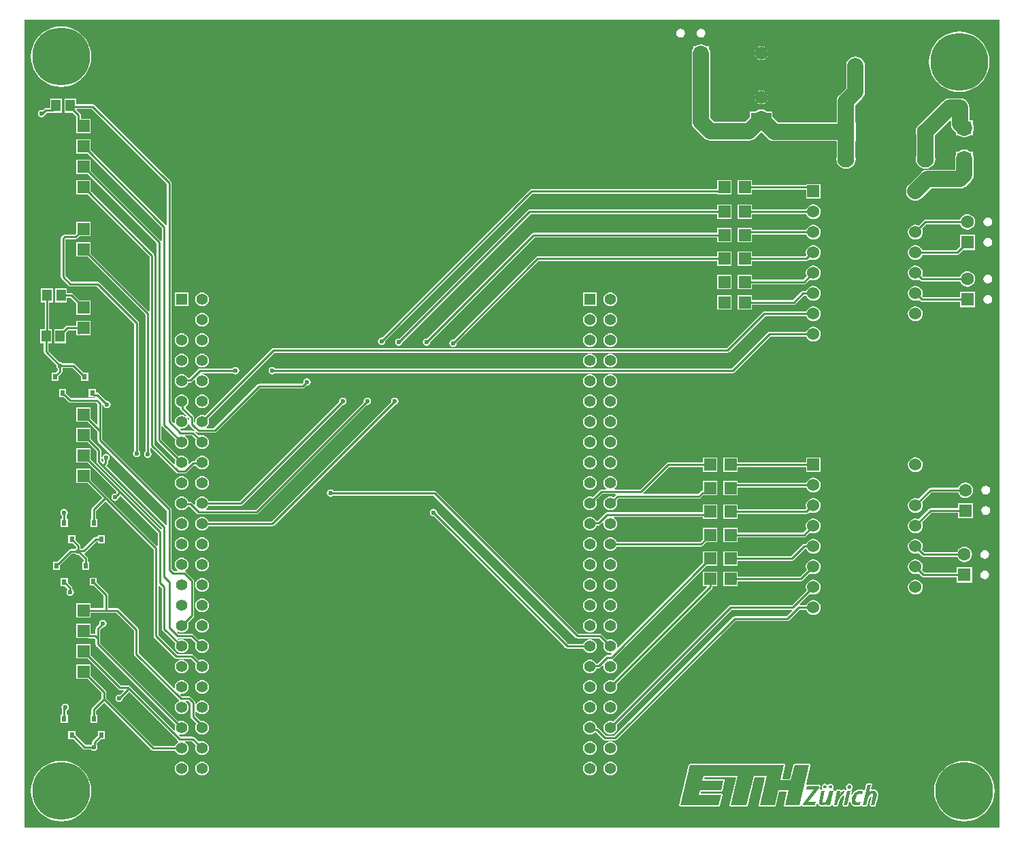
<source format=gtl>
G04*
G04 #@! TF.GenerationSoftware,Altium Limited,Altium Designer,24.6.1 (21)*
G04*
G04 Layer_Physical_Order=1*
G04 Layer_Color=255*
%FSLAX44Y44*%
%MOMM*%
G71*
G04*
G04 #@! TF.SameCoordinates,42639B8C-B182-42FF-980A-ED1702294046*
G04*
G04*
G04 #@! TF.FilePolarity,Positive*
G04*
G01*
G75*
%ADD15C,0.2540*%
%ADD17R,1.8062X1.5544*%
%ADD18R,1.1055X1.6582*%
%ADD19R,1.6582X1.1055*%
%ADD20R,1.1500X1.4500*%
%ADD22C,0.4500*%
%ADD23C,0.5000*%
%ADD24R,0.6000X0.7000*%
%ADD28C,1.3000*%
%ADD33C,1.7000*%
%ADD35R,1.3000X1.3000*%
%ADD37R,1.6000X1.6000*%
%ADD38R,1.6000X1.6000*%
%ADD43C,2.0000*%
%ADD44C,1.5300*%
%ADD45R,1.5300X1.5300*%
%ADD46R,2.1000X2.1000*%
%ADD47C,2.1000*%
%ADD48R,2.5000X1.5000*%
%ADD49C,1.6000*%
%ADD50C,7.2000*%
%ADD51R,1.5000X1.5000*%
%ADD52R,1.5000X1.5000*%
%ADD53R,1.5000X3.0000*%
%ADD54C,1.4080*%
%ADD55R,1.4080X1.4080*%
%ADD56C,0.6000*%
G36*
X1218902Y5098D02*
X5098D01*
Y1010902D01*
X1218902D01*
Y5098D01*
D02*
G37*
%LPC*%
G36*
X847090Y1000018D02*
X844944Y999591D01*
X843125Y998375D01*
X841909Y996556D01*
X841482Y994410D01*
X841909Y992264D01*
X843125Y990445D01*
X844944Y989229D01*
X847090Y988802D01*
X849236Y989229D01*
X851055Y990445D01*
X852271Y992264D01*
X852698Y994410D01*
X852271Y996556D01*
X851055Y998375D01*
X849236Y999591D01*
X847090Y1000018D01*
D02*
G37*
G36*
X821690D02*
X819544Y999591D01*
X817725Y998375D01*
X816509Y996556D01*
X816082Y994410D01*
X816509Y992264D01*
X817725Y990445D01*
X819544Y989229D01*
X821690Y988802D01*
X823836Y989229D01*
X825655Y990445D01*
X826871Y992264D01*
X827298Y994410D01*
X826871Y996556D01*
X825655Y998375D01*
X823836Y999591D01*
X821690Y1000018D01*
D02*
G37*
G36*
X922020Y978453D02*
X919801Y978161D01*
X917733Y977305D01*
X915958Y975942D01*
X914595Y974167D01*
X913739Y972099D01*
X913447Y969880D01*
X913739Y967661D01*
X914595Y965593D01*
X915958Y963818D01*
X917733Y962455D01*
X919801Y961599D01*
X922020Y961307D01*
X924239Y961599D01*
X926307Y962455D01*
X928082Y963818D01*
X929445Y965593D01*
X930301Y967661D01*
X930593Y969880D01*
X930301Y972099D01*
X929445Y974167D01*
X928082Y975942D01*
X926307Y977305D01*
X924239Y978161D01*
X922020Y978453D01*
D02*
G37*
G36*
X50800Y1002816D02*
X44916Y1002353D01*
X39176Y1000975D01*
X33723Y998716D01*
X28690Y995632D01*
X24202Y991798D01*
X20368Y987310D01*
X17284Y982277D01*
X15025Y976824D01*
X13647Y971084D01*
X13184Y965200D01*
X13647Y959316D01*
X15025Y953576D01*
X17284Y948123D01*
X20368Y943090D01*
X24202Y938602D01*
X28690Y934768D01*
X33723Y931684D01*
X39176Y929425D01*
X44916Y928047D01*
X50800Y927584D01*
X56684Y928047D01*
X62424Y929425D01*
X67877Y931684D01*
X72910Y934768D01*
X77399Y938602D01*
X81232Y943090D01*
X84316Y948123D01*
X86575Y953576D01*
X87953Y959316D01*
X88416Y965200D01*
X87953Y971084D01*
X86575Y976824D01*
X84316Y982277D01*
X81232Y987310D01*
X77399Y991798D01*
X72910Y995632D01*
X67877Y998716D01*
X62424Y1000975D01*
X56684Y1002353D01*
X50800Y1002816D01*
D02*
G37*
G36*
X1168400Y996466D02*
X1162516Y996003D01*
X1156776Y994625D01*
X1151323Y992366D01*
X1146290Y989282D01*
X1141802Y985449D01*
X1137968Y980960D01*
X1134884Y975927D01*
X1132625Y970474D01*
X1131247Y964734D01*
X1130784Y958850D01*
X1131247Y952966D01*
X1132625Y947226D01*
X1134884Y941773D01*
X1137968Y936740D01*
X1141802Y932252D01*
X1146290Y928418D01*
X1151323Y925334D01*
X1156776Y923075D01*
X1162516Y921697D01*
X1168400Y921234D01*
X1174284Y921697D01*
X1180024Y923075D01*
X1185477Y925334D01*
X1190510Y928418D01*
X1194998Y932252D01*
X1198832Y936740D01*
X1201916Y941773D01*
X1204175Y947226D01*
X1205553Y952966D01*
X1206016Y958850D01*
X1205553Y964734D01*
X1204175Y970474D01*
X1201916Y975927D01*
X1198832Y980960D01*
X1194998Y985449D01*
X1190510Y989282D01*
X1185477Y992366D01*
X1180024Y994625D01*
X1174284Y996003D01*
X1168400Y996466D01*
D02*
G37*
G36*
X922020Y923453D02*
X919801Y923161D01*
X917733Y922305D01*
X915958Y920942D01*
X914595Y919167D01*
X913739Y917099D01*
X913447Y914880D01*
X913739Y912661D01*
X914595Y910593D01*
X915958Y908818D01*
X917733Y907455D01*
X919801Y906599D01*
X922020Y906307D01*
X924239Y906599D01*
X926307Y907455D01*
X928082Y908818D01*
X929445Y910593D01*
X930301Y912661D01*
X930593Y914880D01*
X930301Y917099D01*
X929445Y919167D01*
X928082Y920942D01*
X926307Y922305D01*
X924239Y923161D01*
X922020Y923453D01*
D02*
G37*
G36*
X51840Y912990D02*
X37340D01*
Y901084D01*
X31786D01*
X31786Y901084D01*
X30705Y900869D01*
X29789Y900257D01*
X27946Y898414D01*
X26670Y898668D01*
X24914Y898319D01*
X23426Y897324D01*
X22431Y895836D01*
X22082Y894080D01*
X22431Y892324D01*
X23426Y890836D01*
X24914Y889841D01*
X26670Y889492D01*
X28426Y889841D01*
X29914Y890836D01*
X30909Y892324D01*
X31173Y893653D01*
X32956Y895436D01*
X40110D01*
X40110Y895436D01*
X40383Y895490D01*
X51840D01*
Y912990D01*
D02*
G37*
G36*
X1156450Y913299D02*
X1153448Y912904D01*
X1150650Y911745D01*
X1148248Y909902D01*
X1148248Y909902D01*
X1120630Y882284D01*
X1120408Y882192D01*
X1117902Y880268D01*
X1115978Y877762D01*
X1114769Y874843D01*
X1114356Y871710D01*
X1114769Y868577D01*
X1114861Y868355D01*
Y841065D01*
X1114769Y840843D01*
X1114356Y837710D01*
X1114769Y834577D01*
X1115978Y831658D01*
X1117902Y829152D01*
X1120408Y827228D01*
X1123327Y826019D01*
X1126460Y825607D01*
X1129593Y826019D01*
X1132512Y827228D01*
X1135018Y829152D01*
X1136942Y831658D01*
X1138151Y834577D01*
X1138564Y837710D01*
X1138151Y840843D01*
X1138059Y841065D01*
Y866905D01*
X1156834Y885680D01*
X1158007Y885194D01*
Y881653D01*
X1158007Y881652D01*
X1158402Y878650D01*
X1159561Y875853D01*
X1161404Y873450D01*
X1164219Y870636D01*
Y867237D01*
X1167943D01*
X1168950Y866464D01*
X1171748Y865305D01*
X1174750Y864910D01*
X1177752Y865305D01*
X1180550Y866464D01*
X1181557Y867237D01*
X1185281D01*
Y871882D01*
X1185954Y873507D01*
X1186349Y876509D01*
X1185954Y879511D01*
X1185281Y881136D01*
Y885781D01*
X1181882D01*
X1181206Y886457D01*
Y901700D01*
X1180810Y904702D01*
X1179652Y907500D01*
X1177808Y909902D01*
X1176634Y910803D01*
Y911491D01*
X1175737D01*
X1175406Y911745D01*
X1172608Y912904D01*
X1169606Y913299D01*
X1156450D01*
X1156450Y913299D01*
D02*
G37*
G36*
X847090Y980609D02*
X844088Y980214D01*
X841290Y979055D01*
X840580Y978510D01*
X837590D01*
Y975520D01*
X837045Y974810D01*
X835886Y972012D01*
X835491Y969010D01*
Y884206D01*
X835491Y884206D01*
X835886Y881204D01*
X837045Y878406D01*
X838888Y876004D01*
X850604Y864288D01*
X853006Y862445D01*
X855804Y861286D01*
X858806Y860891D01*
X858806Y860891D01*
X906630D01*
X906630Y860891D01*
X909632Y861286D01*
X912430Y862445D01*
X914832Y864288D01*
X922020Y871476D01*
X929988Y863508D01*
X929988Y863508D01*
X932390Y861665D01*
X935188Y860506D01*
X938190Y860111D01*
X938190Y860111D01*
X1015460D01*
Y859710D01*
X1015861D01*
Y841065D01*
X1015769Y840843D01*
X1015356Y837710D01*
X1015769Y834577D01*
X1016978Y831658D01*
X1018902Y829152D01*
X1021408Y827228D01*
X1024327Y826019D01*
X1027460Y825607D01*
X1030593Y826019D01*
X1033512Y827228D01*
X1036019Y829152D01*
X1037942Y831658D01*
X1039151Y834577D01*
X1039564Y837710D01*
X1039151Y840843D01*
X1039059Y841065D01*
Y859710D01*
X1039460D01*
Y883710D01*
X1039059D01*
Y904545D01*
X1047462Y912948D01*
X1047462Y912948D01*
X1049305Y915350D01*
X1050464Y918148D01*
X1050859Y921150D01*
X1050859Y921150D01*
Y953770D01*
X1050464Y956772D01*
X1049305Y959570D01*
X1047462Y961972D01*
X1045060Y963815D01*
X1042262Y964974D01*
X1039260Y965369D01*
X1036258Y964974D01*
X1033460Y963815D01*
X1031058Y961972D01*
X1029215Y959570D01*
X1028056Y956772D01*
X1027661Y953770D01*
Y925955D01*
X1019258Y917552D01*
X1017415Y915150D01*
X1016256Y912352D01*
X1015861Y909350D01*
X1015861Y909350D01*
Y883710D01*
X1015460D01*
Y883309D01*
X942995D01*
X936020Y890284D01*
Y896880D01*
X929182D01*
X927820Y897925D01*
X925022Y899084D01*
X922020Y899479D01*
X919018Y899084D01*
X916220Y897925D01*
X914858Y896880D01*
X908020D01*
Y890284D01*
X901825Y884089D01*
X863610D01*
X858689Y889010D01*
Y969010D01*
X858294Y972012D01*
X857135Y974810D01*
X856590Y975520D01*
Y978510D01*
X853600D01*
X852890Y979055D01*
X850092Y980214D01*
X847090Y980609D01*
D02*
G37*
G36*
X1174750Y849590D02*
X1171748Y849195D01*
X1168950Y848036D01*
X1167943Y847263D01*
X1164219D01*
Y842618D01*
X1163546Y840993D01*
X1163151Y837991D01*
Y824399D01*
X1129030D01*
X1129030Y824399D01*
X1126028Y824004D01*
X1123230Y822845D01*
X1120828Y821002D01*
X1120828Y821002D01*
X1105588Y805762D01*
X1103745Y803360D01*
X1102586Y800562D01*
X1102191Y797560D01*
X1102586Y794558D01*
X1103745Y791760D01*
X1105588Y789358D01*
X1107990Y787515D01*
X1110788Y786356D01*
X1113790Y785961D01*
X1116792Y786356D01*
X1119590Y787515D01*
X1121992Y789358D01*
X1133835Y801201D01*
X1169670D01*
X1169670Y801201D01*
X1172672Y801596D01*
X1175470Y802755D01*
X1175801Y803009D01*
X1176697D01*
Y803697D01*
X1177872Y804598D01*
X1182952Y809678D01*
X1182952Y809678D01*
X1184795Y812080D01*
X1185954Y814878D01*
X1186349Y817880D01*
X1186349Y817880D01*
Y837991D01*
X1185954Y840993D01*
X1185281Y842618D01*
Y847263D01*
X1181557D01*
X1180550Y848036D01*
X1177752Y849195D01*
X1174750Y849590D01*
D02*
G37*
G36*
X885300Y811640D02*
X867300D01*
Y800384D01*
X636270D01*
X636270Y800384D01*
X635189Y800169D01*
X634273Y799557D01*
X634273Y799557D01*
X450075Y615360D01*
X449580Y615458D01*
X447824Y615109D01*
X446336Y614114D01*
X445341Y612626D01*
X444992Y610870D01*
X445341Y609114D01*
X446336Y607626D01*
X447824Y606631D01*
X449580Y606282D01*
X451336Y606631D01*
X452824Y607626D01*
X453819Y609114D01*
X454168Y610870D01*
X454070Y611366D01*
X637440Y794736D01*
X867300D01*
Y793640D01*
X885300D01*
Y811640D01*
D02*
G37*
G36*
X910700D02*
X892700D01*
Y793640D01*
X910700D01*
Y799816D01*
X977640D01*
Y788410D01*
X995940D01*
Y806710D01*
X977640D01*
Y805464D01*
X910700D01*
Y811640D01*
D02*
G37*
G36*
X885301Y781161D02*
X867301D01*
Y774985D01*
X633731D01*
X633731Y774985D01*
X632650Y774770D01*
X631734Y774158D01*
X471665Y614090D01*
X471170Y614188D01*
X469414Y613839D01*
X467926Y612844D01*
X466931Y611356D01*
X466582Y609600D01*
X466931Y607844D01*
X467926Y606356D01*
X469414Y605361D01*
X471170Y605012D01*
X472926Y605361D01*
X474414Y606356D01*
X475409Y607844D01*
X475758Y609600D01*
X475660Y610095D01*
X634901Y769336D01*
X867301D01*
Y763161D01*
X885301D01*
Y781161D01*
D02*
G37*
G36*
X986790Y781389D02*
X984401Y781075D01*
X982176Y780153D01*
X980264Y778686D01*
X978798Y776775D01*
X978056Y774984D01*
X910700D01*
Y781160D01*
X892700D01*
Y763160D01*
X910700D01*
Y769336D01*
X978056D01*
X978798Y767545D01*
X980264Y765634D01*
X982176Y764167D01*
X984401Y763245D01*
X986790Y762931D01*
X989179Y763245D01*
X991404Y764167D01*
X993316Y765634D01*
X994782Y767545D01*
X995704Y769771D01*
X996019Y772160D01*
X995704Y774549D01*
X994782Y776775D01*
X993316Y778686D01*
X991404Y780153D01*
X989179Y781075D01*
X986790Y781389D01*
D02*
G37*
G36*
X1178560Y769042D02*
X1176080Y768716D01*
X1173769Y767758D01*
X1171785Y766235D01*
X1170262Y764251D01*
X1169447Y762284D01*
X1126490D01*
X1126490Y762284D01*
X1125409Y762069D01*
X1124493Y761457D01*
X1124493Y761457D01*
X1117969Y754933D01*
X1116179Y755675D01*
X1113790Y755989D01*
X1111401Y755675D01*
X1109175Y754753D01*
X1107264Y753286D01*
X1105798Y751375D01*
X1104875Y749149D01*
X1104561Y746760D01*
X1104875Y744371D01*
X1105798Y742145D01*
X1107264Y740234D01*
X1109175Y738767D01*
X1111401Y737846D01*
X1113790Y737531D01*
X1116179Y737846D01*
X1118404Y738767D01*
X1120316Y740234D01*
X1121783Y742145D01*
X1122704Y744371D01*
X1123019Y746760D01*
X1122704Y749149D01*
X1121963Y750939D01*
X1127660Y756636D01*
X1169447D01*
X1170262Y754669D01*
X1171785Y752684D01*
X1173769Y751162D01*
X1176080Y750204D01*
X1178560Y749878D01*
X1181040Y750204D01*
X1183351Y751162D01*
X1185335Y752684D01*
X1186858Y754669D01*
X1187815Y756980D01*
X1188142Y759460D01*
X1187815Y761940D01*
X1186858Y764251D01*
X1185335Y766235D01*
X1183351Y767758D01*
X1181040Y768716D01*
X1178560Y769042D01*
D02*
G37*
G36*
X69340Y912990D02*
X54840D01*
Y895490D01*
X65346D01*
X69685Y891151D01*
Y885071D01*
X69685Y885071D01*
X69739Y884798D01*
Y869841D01*
X87739D01*
Y887841D01*
X75333D01*
Y892321D01*
X75118Y893402D01*
X74506Y894318D01*
X69948Y898876D01*
X70475Y900146D01*
X89000D01*
X182596Y806550D01*
Y755105D01*
X181326Y754720D01*
X181067Y755107D01*
X181067Y755107D01*
X87739Y848435D01*
Y862441D01*
X69739D01*
Y844441D01*
X83745D01*
X176246Y751940D01*
Y736055D01*
X174976Y735670D01*
X174717Y736057D01*
X174717Y736057D01*
X87739Y823035D01*
Y837041D01*
X69739D01*
Y819041D01*
X83745D01*
X169896Y732890D01*
Y487680D01*
X169896Y487680D01*
X170111Y486599D01*
X170723Y485683D01*
X192954Y463452D01*
X192340Y461969D01*
X192046Y459740D01*
X192189Y458657D01*
X190986Y458064D01*
X166654Y482396D01*
Y717550D01*
X166439Y718631D01*
X165827Y719547D01*
X165827Y719547D01*
X87740Y797634D01*
Y811640D01*
X69740D01*
Y793640D01*
X83746D01*
X161006Y716380D01*
Y648695D01*
X159736Y648168D01*
X87739Y720165D01*
Y734171D01*
X69739D01*
Y716171D01*
X83745D01*
X155926Y643990D01*
Y473425D01*
X155506Y473144D01*
X154511Y471656D01*
X154162Y469900D01*
X154511Y468144D01*
X155506Y466656D01*
X156994Y465661D01*
X158750Y465312D01*
X160506Y465661D01*
X161994Y466656D01*
X162989Y468144D01*
X163338Y469900D01*
X162989Y471656D01*
X161994Y473144D01*
X161574Y473425D01*
Y477691D01*
X162844Y478217D01*
X194169Y446893D01*
X195085Y446281D01*
X196166Y446066D01*
X196166Y446066D01*
X205154D01*
X205154Y446066D01*
X206235Y446281D01*
X207151Y446893D01*
X216380Y456121D01*
X218315D01*
X218600Y455433D01*
X219969Y453649D01*
X221753Y452280D01*
X223831Y451420D01*
X226060Y451126D01*
X228289Y451420D01*
X230367Y452280D01*
X232151Y453649D01*
X233520Y455433D01*
X234380Y457511D01*
X234674Y459740D01*
X234380Y461969D01*
X233520Y464047D01*
X232151Y465831D01*
X230367Y467200D01*
X228289Y468060D01*
X226060Y468354D01*
X223831Y468060D01*
X221753Y467200D01*
X219969Y465831D01*
X218600Y464047D01*
X217740Y461969D01*
X217714Y461770D01*
X215210D01*
X215210Y461770D01*
X214129Y461555D01*
X213213Y460943D01*
X210334Y458064D01*
X209131Y458657D01*
X209274Y459740D01*
X208980Y461969D01*
X208120Y464047D01*
X206751Y465831D01*
X204967Y467200D01*
X202889Y468060D01*
X200660Y468354D01*
X198431Y468060D01*
X196948Y467446D01*
X175544Y488850D01*
Y504735D01*
X176814Y505120D01*
X177073Y504733D01*
X192954Y488852D01*
X192340Y487369D01*
X192046Y485140D01*
X192340Y482911D01*
X193200Y480833D01*
X194569Y479049D01*
X196353Y477680D01*
X198431Y476820D01*
X200660Y476526D01*
X202889Y476820D01*
X204967Y477680D01*
X206751Y479049D01*
X208120Y480833D01*
X208980Y482911D01*
X209274Y485140D01*
X208980Y487369D01*
X208120Y489447D01*
X206751Y491231D01*
X204967Y492600D01*
X204960Y492603D01*
X205212Y493873D01*
X213333D01*
X218354Y488852D01*
X217740Y487369D01*
X217446Y485140D01*
X217740Y482911D01*
X218600Y480833D01*
X219969Y479049D01*
X221753Y477680D01*
X223831Y476820D01*
X226060Y476526D01*
X228289Y476820D01*
X230367Y477680D01*
X232151Y479049D01*
X233520Y480833D01*
X234380Y482911D01*
X234674Y485140D01*
X234380Y487369D01*
X233520Y489447D01*
X232151Y491231D01*
X230367Y492600D01*
X228289Y493460D01*
X226060Y493754D01*
X223831Y493460D01*
X222348Y492846D01*
X216500Y498694D01*
X215584Y499306D01*
X214503Y499521D01*
X214503Y499521D01*
X200329D01*
X198984Y500866D01*
X199577Y502069D01*
X200660Y501926D01*
X202889Y502220D01*
X204967Y503080D01*
X206751Y504449D01*
X208120Y506233D01*
X208980Y508311D01*
X209274Y510540D01*
X208980Y512769D01*
X208120Y514847D01*
X207383Y515807D01*
X208340Y516646D01*
X210536Y514450D01*
Y507740D01*
X210536Y507739D01*
X210751Y506659D01*
X211363Y505742D01*
X215522Y501584D01*
X215527Y501577D01*
X216297Y500605D01*
X216315Y500584D01*
X217255Y499782D01*
X219007Y498285D01*
X219194Y498061D01*
X219893Y497495D01*
X220252Y497306D01*
X220589Y497081D01*
X220736Y497052D01*
X220868Y496982D01*
X221272Y496945D01*
X221670Y496866D01*
X222570Y496866D01*
X241880D01*
X241880Y496866D01*
X242961Y497081D01*
X243877Y497693D01*
X298350Y552166D01*
X351427D01*
X351427Y552166D01*
X352508Y552381D01*
X353424Y552993D01*
X356072Y555641D01*
X356870Y555482D01*
X358626Y555831D01*
X360114Y556826D01*
X361109Y558314D01*
X361458Y560070D01*
X361109Y561826D01*
X360114Y563314D01*
X358626Y564309D01*
X356870Y564658D01*
X355114Y564309D01*
X353626Y563314D01*
X352631Y561826D01*
X352282Y560070D01*
X352320Y559877D01*
X350257Y557814D01*
X297180D01*
X297180Y557814D01*
X296099Y557599D01*
X295183Y556987D01*
X295183Y556987D01*
X240710Y502514D01*
X231715D01*
X231284Y503784D01*
X232151Y504449D01*
X233520Y506233D01*
X234380Y508311D01*
X234674Y510540D01*
X234380Y512769D01*
X233766Y514252D01*
X316130Y596616D01*
X880110D01*
X880110Y596616D01*
X881191Y596831D01*
X882107Y597443D01*
X927000Y642336D01*
X978056D01*
X978798Y640546D01*
X980264Y638634D01*
X982176Y637168D01*
X984401Y636245D01*
X986790Y635931D01*
X989179Y636245D01*
X991404Y637168D01*
X993316Y638634D01*
X994782Y640546D01*
X995704Y642771D01*
X996019Y645160D01*
X995704Y647549D01*
X994782Y649774D01*
X993316Y651686D01*
X991404Y653152D01*
X989179Y654074D01*
X986790Y654389D01*
X984401Y654074D01*
X982176Y653152D01*
X980264Y651686D01*
X978798Y649774D01*
X978056Y647984D01*
X925830D01*
X924749Y647769D01*
X923833Y647157D01*
X923833Y647157D01*
X878940Y602264D01*
X314960D01*
X313879Y602049D01*
X312963Y601437D01*
X312963Y601437D01*
X229772Y518246D01*
X228289Y518860D01*
X226060Y519154D01*
X223831Y518860D01*
X221753Y518000D01*
X219969Y516631D01*
X218600Y514847D01*
X217740Y512769D01*
X217466Y510687D01*
X217032Y510338D01*
X216243Y509952D01*
X216184Y509989D01*
Y515620D01*
X216184Y515620D01*
X215969Y516701D01*
X215357Y517617D01*
X215357Y517617D01*
X205560Y527414D01*
X205552Y527428D01*
X205715Y529055D01*
X206751Y529849D01*
X208120Y531633D01*
X208980Y533711D01*
X209274Y535940D01*
X208980Y538169D01*
X208120Y540247D01*
X206751Y542031D01*
X204967Y543400D01*
X202889Y544260D01*
X200660Y544554D01*
X198431Y544260D01*
X196353Y543400D01*
X194569Y542031D01*
X193200Y540247D01*
X192340Y538169D01*
X192046Y535940D01*
X192340Y533711D01*
X193200Y531633D01*
X194569Y529849D01*
X196353Y528480D01*
X198431Y527620D01*
X199158Y526998D01*
X199373Y525917D01*
X199985Y525001D01*
X206766Y518220D01*
X205927Y517263D01*
X204967Y518000D01*
X202889Y518860D01*
X200660Y519154D01*
X198431Y518860D01*
X196353Y518000D01*
X194569Y516631D01*
X193200Y514847D01*
X192340Y512769D01*
X192046Y510540D01*
X192189Y509457D01*
X190986Y508864D01*
X188244Y511606D01*
Y807720D01*
X188244Y807720D01*
X188029Y808801D01*
X187417Y809717D01*
X92167Y904967D01*
X91251Y905579D01*
X90170Y905794D01*
X90170Y905794D01*
X69340D01*
Y912990D01*
D02*
G37*
G36*
X1203960Y765068D02*
X1201814Y764641D01*
X1199995Y763425D01*
X1198779Y761606D01*
X1198352Y759460D01*
X1198779Y757314D01*
X1199995Y755495D01*
X1201814Y754279D01*
X1203960Y753852D01*
X1206106Y754279D01*
X1207925Y755495D01*
X1209141Y757314D01*
X1209568Y759460D01*
X1209141Y761606D01*
X1207925Y763425D01*
X1206106Y764641D01*
X1203960Y765068D01*
D02*
G37*
G36*
X986790Y755989D02*
X984401Y755675D01*
X982176Y754753D01*
X980264Y753286D01*
X978798Y751375D01*
X978056Y749584D01*
X910700D01*
Y751950D01*
X892700D01*
Y733950D01*
X910700D01*
Y743936D01*
X978056D01*
X978798Y742145D01*
X980264Y740234D01*
X982176Y738767D01*
X984401Y737846D01*
X986790Y737531D01*
X989179Y737846D01*
X991404Y738767D01*
X993316Y740234D01*
X994782Y742145D01*
X995704Y744371D01*
X996019Y746760D01*
X995704Y749149D01*
X994782Y751375D01*
X993316Y753286D01*
X991404Y754753D01*
X989179Y755675D01*
X986790Y755989D01*
D02*
G37*
G36*
X87739Y759571D02*
X69739D01*
Y745565D01*
X67747Y743573D01*
X55167D01*
X54086Y743358D01*
X53169Y742746D01*
X53169Y742746D01*
X51343Y740919D01*
X50731Y740003D01*
X50516Y738922D01*
X50516Y738922D01*
Y690880D01*
X50516Y690880D01*
X50731Y689799D01*
X51343Y688883D01*
X60233Y679993D01*
X60233Y679993D01*
X61149Y679381D01*
X62230Y679166D01*
X62230Y679166D01*
X95350D01*
X141956Y632560D01*
Y474695D01*
X141536Y474414D01*
X140541Y472926D01*
X140192Y471170D01*
X140541Y469414D01*
X141536Y467926D01*
X143024Y466931D01*
X144780Y466582D01*
X146536Y466931D01*
X148024Y467926D01*
X149019Y469414D01*
X149368Y471170D01*
X149019Y472926D01*
X148024Y474414D01*
X147604Y474695D01*
Y633730D01*
X147604Y633730D01*
X147389Y634811D01*
X146777Y635727D01*
X146777Y635727D01*
X98517Y683987D01*
X97601Y684599D01*
X96520Y684814D01*
X96520Y684814D01*
X63400D01*
X56164Y692050D01*
Y737752D01*
X56336Y737924D01*
X68917D01*
X68917Y737924D01*
X69998Y738139D01*
X70914Y738752D01*
X73733Y741571D01*
X87739D01*
Y759571D01*
D02*
G37*
G36*
X885301Y751951D02*
X867301D01*
Y745775D01*
X638811D01*
X637730Y745560D01*
X636814Y744948D01*
X636814Y744948D01*
X505956Y614090D01*
X505460Y614188D01*
X503704Y613839D01*
X502216Y612844D01*
X501221Y611356D01*
X500872Y609600D01*
X501221Y607844D01*
X502216Y606356D01*
X503704Y605361D01*
X505460Y605012D01*
X507216Y605361D01*
X508704Y606356D01*
X509699Y607844D01*
X510048Y609600D01*
X509950Y610095D01*
X639981Y740126D01*
X867301D01*
Y733951D01*
X885301D01*
Y751951D01*
D02*
G37*
G36*
X1203960Y739668D02*
X1201814Y739241D01*
X1199995Y738025D01*
X1198779Y736206D01*
X1198352Y734060D01*
X1198779Y731914D01*
X1199995Y730095D01*
X1201814Y728879D01*
X1203960Y728452D01*
X1206106Y728879D01*
X1207925Y730095D01*
X1209141Y731914D01*
X1209568Y734060D01*
X1209141Y736206D01*
X1207925Y738025D01*
X1206106Y739241D01*
X1203960Y739668D01*
D02*
G37*
G36*
X1188060Y743560D02*
X1169060D01*
Y728554D01*
X1164690Y724184D01*
X1122524D01*
X1121783Y725975D01*
X1120316Y727886D01*
X1118404Y729352D01*
X1116179Y730275D01*
X1113790Y730589D01*
X1111401Y730275D01*
X1109175Y729352D01*
X1107264Y727886D01*
X1105798Y725975D01*
X1104875Y723749D01*
X1104561Y721360D01*
X1104875Y718971D01*
X1105798Y716746D01*
X1107264Y714834D01*
X1109175Y713367D01*
X1111401Y712446D01*
X1113790Y712131D01*
X1116179Y712446D01*
X1118404Y713367D01*
X1120316Y714834D01*
X1121783Y716746D01*
X1122524Y718536D01*
X1165860D01*
X1165860Y718536D01*
X1166941Y718751D01*
X1167857Y719363D01*
X1173054Y724560D01*
X1188060D01*
Y743560D01*
D02*
G37*
G36*
X885301Y722741D02*
X867301D01*
Y716565D01*
X643891D01*
X643891Y716565D01*
X642810Y716350D01*
X641894Y715738D01*
X641894Y715738D01*
X538975Y612820D01*
X538480Y612918D01*
X536724Y612569D01*
X535236Y611574D01*
X534241Y610086D01*
X533892Y608330D01*
X534241Y606574D01*
X535236Y605086D01*
X536724Y604091D01*
X538480Y603742D01*
X540236Y604091D01*
X541724Y605086D01*
X542719Y606574D01*
X543068Y608330D01*
X542970Y608825D01*
X645061Y710917D01*
X867301D01*
Y704741D01*
X885301D01*
Y722741D01*
D02*
G37*
G36*
X986790Y730589D02*
X984401Y730275D01*
X982176Y729352D01*
X980264Y727886D01*
X978798Y725975D01*
X977876Y723749D01*
X977561Y721360D01*
X977876Y718971D01*
X978334Y717865D01*
X977033Y716564D01*
X910700D01*
Y722740D01*
X892700D01*
Y704740D01*
X910700D01*
Y710916D01*
X978203D01*
X978203Y710916D01*
X979284Y711131D01*
X980200Y711743D01*
X981977Y713520D01*
X982176Y713367D01*
X984401Y712446D01*
X986790Y712131D01*
X989179Y712446D01*
X991404Y713367D01*
X993316Y714834D01*
X994782Y716746D01*
X995704Y718971D01*
X996019Y721360D01*
X995704Y723749D01*
X994782Y725975D01*
X993316Y727886D01*
X991404Y729352D01*
X989179Y730275D01*
X986790Y730589D01*
D02*
G37*
G36*
Y705189D02*
X984401Y704874D01*
X982176Y703952D01*
X980264Y702486D01*
X978798Y700574D01*
X977876Y698349D01*
X977561Y695960D01*
X977876Y693571D01*
X978617Y691781D01*
X974191Y687355D01*
X910701D01*
Y693531D01*
X892701D01*
Y675531D01*
X910701D01*
Y681706D01*
X975361D01*
X975361Y681706D01*
X976442Y681921D01*
X977358Y682534D01*
X982611Y687787D01*
X984401Y687046D01*
X986790Y686731D01*
X989179Y687046D01*
X991404Y687968D01*
X993316Y689434D01*
X994782Y691346D01*
X995704Y693571D01*
X996019Y695960D01*
X995704Y698349D01*
X994782Y700574D01*
X993316Y702486D01*
X991404Y703952D01*
X989179Y704874D01*
X986790Y705189D01*
D02*
G37*
G36*
X1203960Y693948D02*
X1201814Y693521D01*
X1199995Y692305D01*
X1198779Y690486D01*
X1198352Y688340D01*
X1198779Y686194D01*
X1199995Y684375D01*
X1201814Y683159D01*
X1203960Y682732D01*
X1206106Y683159D01*
X1207925Y684375D01*
X1209141Y686194D01*
X1209568Y688340D01*
X1209141Y690486D01*
X1207925Y692305D01*
X1206106Y693521D01*
X1203960Y693948D01*
D02*
G37*
G36*
X1113790Y705189D02*
X1111401Y704874D01*
X1109175Y703952D01*
X1107264Y702486D01*
X1105798Y700574D01*
X1104875Y698349D01*
X1104561Y695960D01*
X1104875Y693571D01*
X1105798Y691346D01*
X1107264Y689434D01*
X1109175Y687968D01*
X1111401Y687046D01*
X1113790Y686731D01*
X1116179Y687046D01*
X1118404Y687968D01*
X1118603Y688120D01*
X1120380Y686343D01*
X1121296Y685731D01*
X1122377Y685516D01*
X1169447D01*
X1170262Y683549D01*
X1171785Y681564D01*
X1173769Y680042D01*
X1176080Y679084D01*
X1178560Y678758D01*
X1181040Y679084D01*
X1183351Y680042D01*
X1185335Y681564D01*
X1186858Y683549D01*
X1187815Y685860D01*
X1188142Y688340D01*
X1187815Y690820D01*
X1186858Y693131D01*
X1185335Y695115D01*
X1183351Y696638D01*
X1181040Y697596D01*
X1178560Y697922D01*
X1176080Y697596D01*
X1173769Y696638D01*
X1171785Y695115D01*
X1170262Y693131D01*
X1169447Y691164D01*
X1123547D01*
X1122246Y692465D01*
X1122704Y693571D01*
X1123019Y695960D01*
X1122704Y698349D01*
X1121783Y700574D01*
X1120316Y702486D01*
X1118404Y703952D01*
X1116179Y704874D01*
X1113790Y705189D01*
D02*
G37*
G36*
X885301Y693531D02*
X867301D01*
Y675531D01*
X885301D01*
Y693531D01*
D02*
G37*
G36*
X986790Y679789D02*
X984401Y679474D01*
X982176Y678552D01*
X980264Y677086D01*
X978798Y675174D01*
X978056Y673384D01*
X974090D01*
X974090Y673384D01*
X973009Y673169D01*
X972093Y672557D01*
X961491Y661955D01*
X910701D01*
Y668131D01*
X892701D01*
Y650131D01*
X910701D01*
Y656307D01*
X962661D01*
X962661Y656307D01*
X963742Y656522D01*
X964658Y657134D01*
X975260Y667736D01*
X978056D01*
X978798Y665946D01*
X980264Y664034D01*
X982176Y662568D01*
X984401Y661646D01*
X986790Y661331D01*
X989179Y661646D01*
X991404Y662568D01*
X993316Y664034D01*
X994782Y665946D01*
X995704Y668171D01*
X996019Y670560D01*
X995704Y672949D01*
X994782Y675174D01*
X993316Y677086D01*
X991404Y678552D01*
X989179Y679474D01*
X986790Y679789D01*
D02*
G37*
G36*
X1203960Y668548D02*
X1201814Y668121D01*
X1199995Y666905D01*
X1198779Y665086D01*
X1198352Y662940D01*
X1198779Y660794D01*
X1199995Y658975D01*
X1201814Y657759D01*
X1203960Y657332D01*
X1206106Y657759D01*
X1207925Y658975D01*
X1209141Y660794D01*
X1209568Y662940D01*
X1209141Y665086D01*
X1207925Y666905D01*
X1206106Y668121D01*
X1203960Y668548D01*
D02*
G37*
G36*
X717200Y671480D02*
X700120D01*
Y654400D01*
X717200D01*
Y671480D01*
D02*
G37*
G36*
X209200D02*
X192120D01*
Y654400D01*
X209200D01*
Y671480D01*
D02*
G37*
G36*
X734060Y671554D02*
X731831Y671260D01*
X729753Y670400D01*
X727969Y669031D01*
X726600Y667247D01*
X725740Y665169D01*
X725446Y662940D01*
X725740Y660711D01*
X726600Y658633D01*
X727969Y656849D01*
X729753Y655480D01*
X731831Y654620D01*
X734060Y654326D01*
X736289Y654620D01*
X738367Y655480D01*
X740151Y656849D01*
X741520Y658633D01*
X742380Y660711D01*
X742674Y662940D01*
X742380Y665169D01*
X741520Y667247D01*
X740151Y669031D01*
X738367Y670400D01*
X736289Y671260D01*
X734060Y671554D01*
D02*
G37*
G36*
X226060D02*
X223831Y671260D01*
X221753Y670400D01*
X219969Y669031D01*
X218600Y667247D01*
X217740Y665169D01*
X217446Y662940D01*
X217740Y660711D01*
X218600Y658633D01*
X219969Y656849D01*
X221753Y655480D01*
X223831Y654620D01*
X226060Y654326D01*
X228289Y654620D01*
X230367Y655480D01*
X232151Y656849D01*
X233520Y658633D01*
X234380Y660711D01*
X234674Y662940D01*
X234380Y665169D01*
X233520Y667247D01*
X232151Y669031D01*
X230367Y670400D01*
X228289Y671260D01*
X226060Y671554D01*
D02*
G37*
G36*
X1113790Y679789D02*
X1111401Y679474D01*
X1109175Y678552D01*
X1107264Y677086D01*
X1105798Y675174D01*
X1104875Y672949D01*
X1104561Y670560D01*
X1104875Y668171D01*
X1105798Y665946D01*
X1107264Y664034D01*
X1109175Y662568D01*
X1111401Y661646D01*
X1113790Y661331D01*
X1116179Y661646D01*
X1118404Y662568D01*
X1118603Y662720D01*
X1120380Y660943D01*
X1121296Y660331D01*
X1122377Y660116D01*
X1169060D01*
Y653440D01*
X1188060D01*
Y672440D01*
X1169060D01*
Y665764D01*
X1123547D01*
X1122246Y667065D01*
X1122704Y668171D01*
X1123019Y670560D01*
X1122704Y672949D01*
X1121783Y675174D01*
X1120316Y677086D01*
X1118404Y678552D01*
X1116179Y679474D01*
X1113790Y679789D01*
D02*
G37*
G36*
X885301Y668131D02*
X867301D01*
Y650131D01*
X885301D01*
Y668131D01*
D02*
G37*
G36*
X57910Y676770D02*
X43410D01*
Y659270D01*
X57910D01*
Y665196D01*
X62330D01*
X69740Y657786D01*
Y643780D01*
X87740D01*
Y661780D01*
X73734D01*
X65497Y670017D01*
X64581Y670629D01*
X63500Y670844D01*
X63500Y670844D01*
X57910D01*
Y676770D01*
D02*
G37*
G36*
X1113790Y654389D02*
X1111401Y654074D01*
X1109175Y653152D01*
X1107264Y651686D01*
X1105798Y649774D01*
X1104875Y647549D01*
X1104561Y645160D01*
X1104875Y642771D01*
X1105798Y640546D01*
X1107264Y638634D01*
X1109175Y637168D01*
X1111401Y636245D01*
X1113790Y635931D01*
X1116179Y636245D01*
X1118404Y637168D01*
X1120316Y638634D01*
X1121783Y640546D01*
X1122704Y642771D01*
X1123019Y645160D01*
X1122704Y647549D01*
X1121783Y649774D01*
X1120316Y651686D01*
X1118404Y653152D01*
X1116179Y654074D01*
X1113790Y654389D01*
D02*
G37*
G36*
X734060Y646154D02*
X731831Y645860D01*
X729753Y645000D01*
X727969Y643631D01*
X726600Y641847D01*
X725740Y639769D01*
X725446Y637540D01*
X725740Y635311D01*
X726600Y633233D01*
X727969Y631449D01*
X729753Y630080D01*
X731831Y629220D01*
X734060Y628926D01*
X736289Y629220D01*
X738367Y630080D01*
X740151Y631449D01*
X741520Y633233D01*
X742380Y635311D01*
X742674Y637540D01*
X742380Y639769D01*
X741520Y641847D01*
X740151Y643631D01*
X738367Y645000D01*
X736289Y645860D01*
X734060Y646154D01*
D02*
G37*
G36*
X708660D02*
X706431Y645860D01*
X704353Y645000D01*
X702569Y643631D01*
X701200Y641847D01*
X700340Y639769D01*
X700046Y637540D01*
X700340Y635311D01*
X701200Y633233D01*
X702569Y631449D01*
X704353Y630080D01*
X706431Y629220D01*
X708660Y628926D01*
X710889Y629220D01*
X712967Y630080D01*
X714751Y631449D01*
X716120Y633233D01*
X716980Y635311D01*
X717274Y637540D01*
X716980Y639769D01*
X716120Y641847D01*
X714751Y643631D01*
X712967Y645000D01*
X710889Y645860D01*
X708660Y646154D01*
D02*
G37*
G36*
X226060D02*
X223831Y645860D01*
X221753Y645000D01*
X219969Y643631D01*
X218600Y641847D01*
X217740Y639769D01*
X217446Y637540D01*
X217740Y635311D01*
X218600Y633233D01*
X219969Y631449D01*
X221753Y630080D01*
X223831Y629220D01*
X226060Y628926D01*
X228289Y629220D01*
X230367Y630080D01*
X232151Y631449D01*
X233520Y633233D01*
X234380Y635311D01*
X234674Y637540D01*
X234380Y639769D01*
X233520Y641847D01*
X232151Y643631D01*
X230367Y645000D01*
X228289Y645860D01*
X226060Y646154D01*
D02*
G37*
G36*
X87739Y636381D02*
X69739D01*
Y630205D01*
X58191D01*
X57110Y629990D01*
X56194Y629378D01*
X56194Y629378D01*
X52786Y625970D01*
X42280D01*
Y608470D01*
X56780D01*
Y621976D01*
X59361Y624557D01*
X69739D01*
Y621424D01*
X69685Y621151D01*
X69739Y620878D01*
Y618381D01*
X72236D01*
X72509Y618326D01*
X72782Y618381D01*
X87739D01*
Y636381D01*
D02*
G37*
G36*
X986790Y628989D02*
X984401Y628675D01*
X982176Y627752D01*
X980264Y626286D01*
X978798Y624375D01*
X978056Y622584D01*
X932180D01*
X931099Y622369D01*
X930183Y621757D01*
X930183Y621757D01*
X885290Y576864D01*
X317215D01*
X316934Y577284D01*
X315446Y578279D01*
X313690Y578628D01*
X311934Y578279D01*
X310446Y577284D01*
X309451Y575796D01*
X309102Y574040D01*
X309451Y572284D01*
X310446Y570796D01*
X311934Y569801D01*
X313690Y569452D01*
X315446Y569801D01*
X316934Y570796D01*
X317215Y571216D01*
X886460D01*
X886460Y571216D01*
X887541Y571431D01*
X888457Y572043D01*
X933350Y616936D01*
X978056D01*
X978798Y615145D01*
X980264Y613234D01*
X982176Y611768D01*
X984401Y610845D01*
X986790Y610531D01*
X989179Y610845D01*
X991404Y611768D01*
X993316Y613234D01*
X994782Y615145D01*
X995704Y617371D01*
X996019Y619760D01*
X995704Y622149D01*
X994782Y624375D01*
X993316Y626286D01*
X991404Y627752D01*
X989179Y628675D01*
X986790Y628989D01*
D02*
G37*
G36*
X734060Y620754D02*
X731831Y620460D01*
X729753Y619600D01*
X727969Y618231D01*
X726600Y616447D01*
X725740Y614369D01*
X725446Y612140D01*
X725740Y609911D01*
X726600Y607833D01*
X727969Y606049D01*
X729753Y604680D01*
X731831Y603820D01*
X734060Y603526D01*
X736289Y603820D01*
X738367Y604680D01*
X740151Y606049D01*
X741520Y607833D01*
X742380Y609911D01*
X742674Y612140D01*
X742380Y614369D01*
X741520Y616447D01*
X740151Y618231D01*
X738367Y619600D01*
X736289Y620460D01*
X734060Y620754D01*
D02*
G37*
G36*
X708660D02*
X706431Y620460D01*
X704353Y619600D01*
X702569Y618231D01*
X701200Y616447D01*
X700340Y614369D01*
X700046Y612140D01*
X700340Y609911D01*
X701200Y607833D01*
X702569Y606049D01*
X704353Y604680D01*
X706431Y603820D01*
X708660Y603526D01*
X710889Y603820D01*
X712967Y604680D01*
X714751Y606049D01*
X716120Y607833D01*
X716980Y609911D01*
X717274Y612140D01*
X716980Y614369D01*
X716120Y616447D01*
X714751Y618231D01*
X712967Y619600D01*
X710889Y620460D01*
X708660Y620754D01*
D02*
G37*
G36*
X226060D02*
X223831Y620460D01*
X221753Y619600D01*
X219969Y618231D01*
X218600Y616447D01*
X217740Y614369D01*
X217446Y612140D01*
X217740Y609911D01*
X218600Y607833D01*
X219969Y606049D01*
X221753Y604680D01*
X223831Y603820D01*
X226060Y603526D01*
X228289Y603820D01*
X230367Y604680D01*
X232151Y606049D01*
X233520Y607833D01*
X234380Y609911D01*
X234674Y612140D01*
X234380Y614369D01*
X233520Y616447D01*
X232151Y618231D01*
X230367Y619600D01*
X228289Y620460D01*
X226060Y620754D01*
D02*
G37*
G36*
X200660D02*
X198431Y620460D01*
X196353Y619600D01*
X194569Y618231D01*
X193200Y616447D01*
X192340Y614369D01*
X192046Y612140D01*
X192340Y609911D01*
X193200Y607833D01*
X194569Y606049D01*
X196353Y604680D01*
X198431Y603820D01*
X200660Y603526D01*
X202889Y603820D01*
X204967Y604680D01*
X206751Y606049D01*
X208120Y607833D01*
X208980Y609911D01*
X209274Y612140D01*
X208980Y614369D01*
X208120Y616447D01*
X206751Y618231D01*
X204967Y619600D01*
X202889Y620460D01*
X200660Y620754D01*
D02*
G37*
G36*
X734060Y595354D02*
X731831Y595060D01*
X729753Y594200D01*
X727969Y592831D01*
X726600Y591047D01*
X725740Y588969D01*
X725446Y586740D01*
X725740Y584511D01*
X726600Y582433D01*
X727969Y580649D01*
X729753Y579280D01*
X731831Y578420D01*
X734060Y578126D01*
X736289Y578420D01*
X738367Y579280D01*
X740151Y580649D01*
X741520Y582433D01*
X742380Y584511D01*
X742674Y586740D01*
X742380Y588969D01*
X741520Y591047D01*
X740151Y592831D01*
X738367Y594200D01*
X736289Y595060D01*
X734060Y595354D01*
D02*
G37*
G36*
X708660D02*
X706431Y595060D01*
X704353Y594200D01*
X702569Y592831D01*
X701200Y591047D01*
X700340Y588969D01*
X700046Y586740D01*
X700340Y584511D01*
X701200Y582433D01*
X702569Y580649D01*
X704353Y579280D01*
X706431Y578420D01*
X708660Y578126D01*
X710889Y578420D01*
X712967Y579280D01*
X714751Y580649D01*
X716120Y582433D01*
X716980Y584511D01*
X717274Y586740D01*
X716980Y588969D01*
X716120Y591047D01*
X714751Y592831D01*
X712967Y594200D01*
X710889Y595060D01*
X708660Y595354D01*
D02*
G37*
G36*
X226060D02*
X223831Y595060D01*
X221753Y594200D01*
X219969Y592831D01*
X218600Y591047D01*
X217740Y588969D01*
X217446Y586740D01*
X217740Y584511D01*
X218600Y582433D01*
X219969Y580649D01*
X221753Y579280D01*
X223831Y578420D01*
X226060Y578126D01*
X228289Y578420D01*
X230367Y579280D01*
X232151Y580649D01*
X233520Y582433D01*
X234380Y584511D01*
X234674Y586740D01*
X234380Y588969D01*
X233520Y591047D01*
X232151Y592831D01*
X230367Y594200D01*
X228289Y595060D01*
X226060Y595354D01*
D02*
G37*
G36*
X200660D02*
X198431Y595060D01*
X196353Y594200D01*
X194569Y592831D01*
X193200Y591047D01*
X192340Y588969D01*
X192046Y586740D01*
X192340Y584511D01*
X193200Y582433D01*
X194569Y580649D01*
X196353Y579280D01*
X198431Y578420D01*
X200660Y578126D01*
X202889Y578420D01*
X204967Y579280D01*
X206751Y580649D01*
X208120Y582433D01*
X208980Y584511D01*
X209274Y586740D01*
X208980Y588969D01*
X208120Y591047D01*
X206751Y592831D01*
X204967Y594200D01*
X202889Y595060D01*
X200660Y595354D01*
D02*
G37*
G36*
X267970Y578628D02*
X266214Y578279D01*
X264726Y577284D01*
X264445Y576864D01*
X223416D01*
X223416Y576864D01*
X222335Y576649D01*
X221419Y576037D01*
X221419Y576037D01*
X210340Y564958D01*
X208405D01*
X208120Y565647D01*
X206751Y567431D01*
X204967Y568800D01*
X202889Y569660D01*
X200660Y569954D01*
X198431Y569660D01*
X196353Y568800D01*
X194569Y567431D01*
X193200Y565647D01*
X192340Y563569D01*
X192046Y561340D01*
X192340Y559111D01*
X193200Y557033D01*
X194569Y555249D01*
X196353Y553880D01*
X198431Y553020D01*
X200660Y552726D01*
X202889Y553020D01*
X204967Y553880D01*
X206751Y555249D01*
X208120Y557033D01*
X208980Y559111D01*
X209006Y559310D01*
X211510D01*
X211510Y559310D01*
X212591Y559525D01*
X213507Y560137D01*
X216386Y563016D01*
X217589Y562423D01*
X217446Y561340D01*
X217740Y559111D01*
X218600Y557033D01*
X219969Y555249D01*
X221753Y553880D01*
X223831Y553020D01*
X226060Y552726D01*
X228289Y553020D01*
X230367Y553880D01*
X232151Y555249D01*
X233520Y557033D01*
X234380Y559111D01*
X234674Y561340D01*
X234380Y563569D01*
X233520Y565647D01*
X232151Y567431D01*
X230367Y568800D01*
X228289Y569660D01*
X226385Y569911D01*
X225828Y570707D01*
X225681Y571185D01*
X225700Y571216D01*
X264445D01*
X264726Y570796D01*
X266214Y569801D01*
X267970Y569452D01*
X269726Y569801D01*
X271214Y570796D01*
X272209Y572284D01*
X272558Y574040D01*
X272209Y575796D01*
X271214Y577284D01*
X269726Y578279D01*
X267970Y578628D01*
D02*
G37*
G36*
X40410Y676770D02*
X25910D01*
Y659270D01*
X30336D01*
Y625970D01*
X24780D01*
Y608470D01*
X29206D01*
Y597890D01*
X29206Y597890D01*
X29421Y596809D01*
X30033Y595893D01*
X45040Y580886D01*
X44942Y580390D01*
X45291Y578634D01*
X46286Y577146D01*
X46706Y576865D01*
Y574440D01*
X43686Y571420D01*
X38680D01*
Y561420D01*
X47680D01*
Y567426D01*
X51527Y571273D01*
X51527Y571273D01*
X52139Y572189D01*
X52354Y573270D01*
Y576865D01*
X52774Y577146D01*
X53055Y577566D01*
X64920D01*
X75560Y566926D01*
Y561420D01*
X84560D01*
Y571420D01*
X79054D01*
X68087Y582387D01*
X67171Y582999D01*
X66090Y583214D01*
X66090Y583214D01*
X53055D01*
X52774Y583634D01*
X51286Y584629D01*
X49530Y584978D01*
X49035Y584880D01*
X34854Y599060D01*
Y608470D01*
X39280D01*
Y625970D01*
X35984D01*
Y659270D01*
X40410D01*
Y676770D01*
D02*
G37*
G36*
X734060Y569954D02*
X731831Y569660D01*
X729753Y568800D01*
X727969Y567431D01*
X726600Y565647D01*
X725740Y563569D01*
X725446Y561340D01*
X725740Y559111D01*
X726600Y557033D01*
X727969Y555249D01*
X729753Y553880D01*
X731831Y553020D01*
X734060Y552726D01*
X736289Y553020D01*
X738367Y553880D01*
X740151Y555249D01*
X741520Y557033D01*
X742380Y559111D01*
X742674Y561340D01*
X742380Y563569D01*
X741520Y565647D01*
X740151Y567431D01*
X738367Y568800D01*
X736289Y569660D01*
X734060Y569954D01*
D02*
G37*
G36*
X708660D02*
X706431Y569660D01*
X704353Y568800D01*
X702569Y567431D01*
X701200Y565647D01*
X700340Y563569D01*
X700046Y561340D01*
X700340Y559111D01*
X701200Y557033D01*
X702569Y555249D01*
X704353Y553880D01*
X706431Y553020D01*
X708660Y552726D01*
X710889Y553020D01*
X712967Y553880D01*
X714751Y555249D01*
X716120Y557033D01*
X716980Y559111D01*
X717274Y561340D01*
X716980Y563569D01*
X716120Y565647D01*
X714751Y567431D01*
X712967Y568800D01*
X710889Y569660D01*
X708660Y569954D01*
D02*
G37*
G36*
X94060Y551420D02*
X85060D01*
Y541420D01*
X91017D01*
X91290Y541366D01*
X93432D01*
X93473Y541304D01*
X92795Y540034D01*
X63060D01*
X57180Y545914D01*
Y551420D01*
X48180D01*
Y541420D01*
X53686D01*
X59893Y535213D01*
X59893Y535213D01*
X60809Y534601D01*
X61890Y534386D01*
X61890Y534386D01*
X94080D01*
X96236Y532230D01*
Y507588D01*
X95062Y507102D01*
X87739Y514425D01*
Y528431D01*
X69739D01*
Y510431D01*
X83745D01*
X96236Y497940D01*
Y487680D01*
X96236Y487680D01*
X96451Y486599D01*
X97063Y485683D01*
X182596Y400150D01*
Y381725D01*
X181326Y381340D01*
X181067Y381727D01*
X181067Y381727D01*
X106864Y455930D01*
X108217Y457283D01*
X108217Y457283D01*
X108829Y458199D01*
X109044Y459280D01*
X109044Y459280D01*
Y462258D01*
X109924Y462846D01*
X110919Y464334D01*
X111268Y466090D01*
X110919Y467846D01*
X109924Y469334D01*
X108436Y470329D01*
X106680Y470678D01*
X104924Y470329D01*
X103436Y469334D01*
X102441Y467846D01*
X102092Y466090D01*
X102441Y464334D01*
X103396Y462906D01*
Y461194D01*
X102126Y460668D01*
X100614Y462180D01*
Y474980D01*
X100399Y476061D01*
X99787Y476977D01*
X99787Y476977D01*
X87739Y489025D01*
Y503031D01*
X69739D01*
Y485031D01*
X83745D01*
X94966Y473810D01*
Y461010D01*
X94966Y461010D01*
X95181Y459929D01*
X95793Y459013D01*
X100873Y453933D01*
X100873Y453933D01*
X176246Y378560D01*
Y376914D01*
X174976Y376388D01*
X125187Y426177D01*
X87739Y463625D01*
Y477631D01*
X69739D01*
Y459631D01*
X83745D01*
X119609Y423767D01*
Y422053D01*
X118605Y421050D01*
X118110Y421148D01*
X116354Y420799D01*
X114866Y419804D01*
X113871Y418316D01*
X113522Y416560D01*
X113871Y414804D01*
X114866Y413316D01*
X116354Y412321D01*
X118110Y411972D01*
X119866Y412321D01*
X121354Y413316D01*
X122349Y414804D01*
X122698Y416560D01*
X122600Y417056D01*
X124460Y418916D01*
X171166Y372210D01*
Y356595D01*
X169896Y356068D01*
X108042Y417922D01*
X87739Y438225D01*
Y452231D01*
X69739D01*
Y434231D01*
X83745D01*
X102051Y415925D01*
X89443Y403317D01*
X88831Y402401D01*
X88616Y401320D01*
X88616Y401320D01*
Y389650D01*
X86940D01*
Y379650D01*
X95940D01*
Y389650D01*
X94264D01*
Y400150D01*
X106045Y411931D01*
X166086Y351890D01*
Y243840D01*
X166086Y243840D01*
X166301Y242759D01*
X166913Y241843D01*
X192313Y216443D01*
X192313Y216443D01*
X193229Y215831D01*
X194310Y215616D01*
X194310Y215616D01*
X212190D01*
X218354Y209452D01*
X217740Y207969D01*
X217446Y205740D01*
X217740Y203511D01*
X218600Y201433D01*
X219969Y199649D01*
X221753Y198280D01*
X223831Y197420D01*
X226060Y197126D01*
X228289Y197420D01*
X230367Y198280D01*
X232151Y199649D01*
X233520Y201433D01*
X234380Y203511D01*
X234674Y205740D01*
X234380Y207969D01*
X233520Y210047D01*
X232151Y211831D01*
X230367Y213200D01*
X228289Y214060D01*
X226060Y214354D01*
X223831Y214060D01*
X222348Y213446D01*
X215357Y220437D01*
X214441Y221049D01*
X213360Y221264D01*
X213360Y221264D01*
X195480D01*
X171734Y245010D01*
Y306346D01*
X173004Y306872D01*
X176246Y303630D01*
Y252730D01*
X176246Y252730D01*
X176461Y251649D01*
X177073Y250733D01*
X192954Y234852D01*
X192340Y233369D01*
X192046Y231140D01*
X192340Y228911D01*
X193200Y226833D01*
X194569Y225049D01*
X196353Y223680D01*
X198431Y222820D01*
X200660Y222526D01*
X202889Y222820D01*
X204967Y223680D01*
X206751Y225049D01*
X208120Y226833D01*
X208980Y228911D01*
X209274Y231140D01*
X208980Y233369D01*
X208120Y235447D01*
X206751Y237231D01*
X204967Y238600D01*
X202889Y239460D01*
X200660Y239754D01*
X198431Y239460D01*
X196948Y238846D01*
X196048Y239746D01*
X196574Y241016D01*
X212190D01*
X218354Y234852D01*
X217740Y233369D01*
X217446Y231140D01*
X217740Y228911D01*
X218600Y226833D01*
X219969Y225049D01*
X221753Y223680D01*
X223831Y222820D01*
X226060Y222526D01*
X228289Y222820D01*
X230367Y223680D01*
X232151Y225049D01*
X233520Y226833D01*
X234380Y228911D01*
X234674Y231140D01*
X234380Y233369D01*
X233520Y235447D01*
X232151Y237231D01*
X230367Y238600D01*
X228289Y239460D01*
X226060Y239754D01*
X223831Y239460D01*
X222348Y238846D01*
X215357Y245837D01*
X214441Y246449D01*
X213360Y246664D01*
X213360Y246664D01*
X196750D01*
X194554Y248860D01*
X195393Y249817D01*
X196353Y249080D01*
X198431Y248220D01*
X200660Y247926D01*
X202889Y248220D01*
X204967Y249080D01*
X206751Y250449D01*
X208120Y252233D01*
X208980Y254311D01*
X209274Y256540D01*
X208980Y258769D01*
X208366Y260252D01*
X215357Y267243D01*
X215357Y267243D01*
X215969Y268159D01*
X216184Y269240D01*
X216184Y269240D01*
Y312420D01*
X215969Y313501D01*
X215357Y314417D01*
X215357Y314417D01*
X205887Y323887D01*
X205495Y324149D01*
X205431Y324287D01*
X205398Y325593D01*
X205408Y325619D01*
X206751Y326649D01*
X208120Y328433D01*
X208980Y330511D01*
X209274Y332740D01*
X208980Y334969D01*
X208120Y337047D01*
X206751Y338831D01*
X204967Y340200D01*
X202889Y341060D01*
X200660Y341354D01*
X198431Y341060D01*
X196353Y340200D01*
X194569Y338831D01*
X193200Y337047D01*
X192340Y334969D01*
X192046Y332740D01*
X192340Y330511D01*
X193200Y328433D01*
X194569Y326649D01*
X195436Y325984D01*
X195005Y324714D01*
X191090D01*
X188244Y327560D01*
Y401320D01*
X188029Y402401D01*
X187417Y403317D01*
X101884Y488850D01*
Y499110D01*
Y531252D01*
X103154Y531897D01*
X103451Y531680D01*
X103711Y530374D01*
X104706Y528886D01*
X106194Y527891D01*
X107950Y527542D01*
X109706Y527891D01*
X111194Y528886D01*
X112189Y530374D01*
X112538Y532130D01*
X112189Y533886D01*
X111194Y535374D01*
X109706Y536369D01*
X107950Y536718D01*
X107455Y536620D01*
X97887Y546187D01*
X96971Y546799D01*
X95890Y547014D01*
X95890Y547014D01*
X94060D01*
Y551420D01*
D02*
G37*
G36*
X466090Y540528D02*
X464334Y540179D01*
X462846Y539184D01*
X461851Y537696D01*
X461502Y535940D01*
X461600Y535444D01*
X312520Y386364D01*
X234134D01*
X233520Y387847D01*
X232151Y389631D01*
X230367Y391000D01*
X228289Y391860D01*
X226060Y392154D01*
X223831Y391860D01*
X221753Y391000D01*
X219969Y389631D01*
X218600Y387847D01*
X217740Y385769D01*
X217446Y383540D01*
X217740Y381311D01*
X218600Y379233D01*
X219969Y377449D01*
X221753Y376080D01*
X223831Y375220D01*
X226060Y374926D01*
X228289Y375220D01*
X230367Y376080D01*
X232151Y377449D01*
X233520Y379233D01*
X234134Y380716D01*
X313690D01*
X313690Y380716D01*
X314771Y380931D01*
X315687Y381543D01*
X465594Y531450D01*
X466090Y531352D01*
X467846Y531701D01*
X469334Y532696D01*
X470329Y534184D01*
X470678Y535940D01*
X470329Y537696D01*
X469334Y539184D01*
X467846Y540179D01*
X466090Y540528D01*
D02*
G37*
G36*
X431800D02*
X430044Y540179D01*
X428556Y539184D01*
X427561Y537696D01*
X427212Y535940D01*
X427310Y535444D01*
X292780Y400914D01*
X231715D01*
X231284Y402184D01*
X232151Y402849D01*
X233520Y404633D01*
X234134Y406116D01*
X274320D01*
X274320Y406116D01*
X275401Y406331D01*
X276317Y406943D01*
X400825Y531450D01*
X401320Y531352D01*
X403076Y531701D01*
X404564Y532696D01*
X405559Y534184D01*
X405908Y535940D01*
X405559Y537696D01*
X404564Y539184D01*
X403076Y540179D01*
X401320Y540528D01*
X399564Y540179D01*
X398076Y539184D01*
X397081Y537696D01*
X396732Y535940D01*
X396830Y535444D01*
X273150Y411764D01*
X234134D01*
X233520Y413247D01*
X232151Y415031D01*
X230367Y416400D01*
X228289Y417260D01*
X226060Y417554D01*
X223831Y417260D01*
X221753Y416400D01*
X219969Y415031D01*
X218600Y413247D01*
X217740Y411169D01*
X217446Y408940D01*
X217589Y407857D01*
X216386Y407264D01*
X213507Y410143D01*
X212591Y410755D01*
X211510Y410970D01*
X211510Y410970D01*
X209006D01*
X208980Y411169D01*
X208120Y413247D01*
X206751Y415031D01*
X204967Y416400D01*
X202889Y417260D01*
X200660Y417554D01*
X198431Y417260D01*
X196353Y416400D01*
X194569Y415031D01*
X193200Y413247D01*
X192340Y411169D01*
X192046Y408940D01*
X192340Y406711D01*
X193200Y404633D01*
X194569Y402849D01*
X196353Y401480D01*
X198431Y400620D01*
X200660Y400326D01*
X202889Y400620D01*
X204967Y401480D01*
X206751Y402849D01*
X208120Y404633D01*
X208405Y405322D01*
X210340D01*
X219569Y396093D01*
X220485Y395481D01*
X221566Y395266D01*
X221566Y395266D01*
X293950D01*
X293950Y395266D01*
X295031Y395481D01*
X295947Y396093D01*
X431305Y531450D01*
X431800Y531352D01*
X433556Y531701D01*
X435044Y532696D01*
X436039Y534184D01*
X436388Y535940D01*
X436039Y537696D01*
X435044Y539184D01*
X433556Y540179D01*
X431800Y540528D01*
D02*
G37*
G36*
X734060Y544554D02*
X731831Y544260D01*
X729753Y543400D01*
X727969Y542031D01*
X726600Y540247D01*
X725740Y538169D01*
X725446Y535940D01*
X725740Y533711D01*
X726600Y531633D01*
X727969Y529849D01*
X729753Y528480D01*
X731831Y527620D01*
X734060Y527326D01*
X736289Y527620D01*
X738367Y528480D01*
X740151Y529849D01*
X741520Y531633D01*
X742380Y533711D01*
X742674Y535940D01*
X742380Y538169D01*
X741520Y540247D01*
X740151Y542031D01*
X738367Y543400D01*
X736289Y544260D01*
X734060Y544554D01*
D02*
G37*
G36*
X708660D02*
X706431Y544260D01*
X704353Y543400D01*
X702569Y542031D01*
X701200Y540247D01*
X700340Y538169D01*
X700046Y535940D01*
X700340Y533711D01*
X701200Y531633D01*
X702569Y529849D01*
X704353Y528480D01*
X706431Y527620D01*
X708660Y527326D01*
X710889Y527620D01*
X712967Y528480D01*
X714751Y529849D01*
X716120Y531633D01*
X716980Y533711D01*
X717274Y535940D01*
X716980Y538169D01*
X716120Y540247D01*
X714751Y542031D01*
X712967Y543400D01*
X710889Y544260D01*
X708660Y544554D01*
D02*
G37*
G36*
X226060D02*
X223831Y544260D01*
X221753Y543400D01*
X219969Y542031D01*
X218600Y540247D01*
X217740Y538169D01*
X217446Y535940D01*
X217740Y533711D01*
X218600Y531633D01*
X219969Y529849D01*
X221753Y528480D01*
X223831Y527620D01*
X226060Y527326D01*
X228289Y527620D01*
X230367Y528480D01*
X232151Y529849D01*
X233520Y531633D01*
X234380Y533711D01*
X234674Y535940D01*
X234380Y538169D01*
X233520Y540247D01*
X232151Y542031D01*
X230367Y543400D01*
X228289Y544260D01*
X226060Y544554D01*
D02*
G37*
G36*
X734060Y519154D02*
X731831Y518860D01*
X729753Y518000D01*
X727969Y516631D01*
X726600Y514847D01*
X725740Y512769D01*
X725446Y510540D01*
X725740Y508311D01*
X726600Y506233D01*
X727969Y504449D01*
X729753Y503080D01*
X731831Y502220D01*
X734060Y501926D01*
X736289Y502220D01*
X738367Y503080D01*
X740151Y504449D01*
X741520Y506233D01*
X742380Y508311D01*
X742674Y510540D01*
X742380Y512769D01*
X741520Y514847D01*
X740151Y516631D01*
X738367Y518000D01*
X736289Y518860D01*
X734060Y519154D01*
D02*
G37*
G36*
X708660D02*
X706431Y518860D01*
X704353Y518000D01*
X702569Y516631D01*
X701200Y514847D01*
X700340Y512769D01*
X700046Y510540D01*
X700340Y508311D01*
X701200Y506233D01*
X702569Y504449D01*
X704353Y503080D01*
X706431Y502220D01*
X708660Y501926D01*
X710889Y502220D01*
X712967Y503080D01*
X714751Y504449D01*
X716120Y506233D01*
X716980Y508311D01*
X717274Y510540D01*
X716980Y512769D01*
X716120Y514847D01*
X714751Y516631D01*
X712967Y518000D01*
X710889Y518860D01*
X708660Y519154D01*
D02*
G37*
G36*
X734060Y493754D02*
X731831Y493460D01*
X729753Y492600D01*
X727969Y491231D01*
X726600Y489447D01*
X725740Y487369D01*
X725446Y485140D01*
X725740Y482911D01*
X726600Y480833D01*
X727969Y479049D01*
X729753Y477680D01*
X731831Y476820D01*
X734060Y476526D01*
X736289Y476820D01*
X738367Y477680D01*
X740151Y479049D01*
X741520Y480833D01*
X742380Y482911D01*
X742674Y485140D01*
X742380Y487369D01*
X741520Y489447D01*
X740151Y491231D01*
X738367Y492600D01*
X736289Y493460D01*
X734060Y493754D01*
D02*
G37*
G36*
X708660D02*
X706431Y493460D01*
X704353Y492600D01*
X702569Y491231D01*
X701200Y489447D01*
X700340Y487369D01*
X700046Y485140D01*
X700340Y482911D01*
X701200Y480833D01*
X702569Y479049D01*
X704353Y477680D01*
X706431Y476820D01*
X708660Y476526D01*
X710889Y476820D01*
X712967Y477680D01*
X714751Y479049D01*
X716120Y480833D01*
X716980Y482911D01*
X717274Y485140D01*
X716980Y487369D01*
X716120Y489447D01*
X714751Y491231D01*
X712967Y492600D01*
X710889Y493460D01*
X708660Y493754D01*
D02*
G37*
G36*
X995940Y466350D02*
X977640D01*
Y460024D01*
X892920D01*
Y466200D01*
X874920D01*
Y448200D01*
X892920D01*
Y454376D01*
X977640D01*
Y448050D01*
X995940D01*
Y466350D01*
D02*
G37*
G36*
X734060Y468354D02*
X731831Y468060D01*
X729753Y467200D01*
X727969Y465831D01*
X726600Y464047D01*
X725740Y461969D01*
X725446Y459740D01*
X725740Y457511D01*
X726600Y455433D01*
X727969Y453649D01*
X729753Y452280D01*
X731831Y451420D01*
X734060Y451126D01*
X736289Y451420D01*
X738367Y452280D01*
X740151Y453649D01*
X741520Y455433D01*
X742380Y457511D01*
X742674Y459740D01*
X742380Y461969D01*
X741520Y464047D01*
X740151Y465831D01*
X738367Y467200D01*
X736289Y468060D01*
X734060Y468354D01*
D02*
G37*
G36*
X708660D02*
X706431Y468060D01*
X704353Y467200D01*
X702569Y465831D01*
X701200Y464047D01*
X700340Y461969D01*
X700046Y459740D01*
X700340Y457511D01*
X701200Y455433D01*
X702569Y453649D01*
X704353Y452280D01*
X706431Y451420D01*
X708660Y451126D01*
X710889Y451420D01*
X712967Y452280D01*
X714751Y453649D01*
X716120Y455433D01*
X716980Y457511D01*
X717274Y459740D01*
X716980Y461969D01*
X716120Y464047D01*
X714751Y465831D01*
X712967Y467200D01*
X710889Y468060D01*
X708660Y468354D01*
D02*
G37*
G36*
X867520Y466200D02*
X849520D01*
Y460024D01*
X806166D01*
X805086Y459809D01*
X804169Y459197D01*
X771286Y426314D01*
X739715D01*
X739284Y427584D01*
X740151Y428249D01*
X741520Y430033D01*
X742380Y432111D01*
X742674Y434340D01*
X742380Y436569D01*
X741520Y438647D01*
X740151Y440431D01*
X738367Y441800D01*
X736289Y442660D01*
X734060Y442954D01*
X731831Y442660D01*
X729753Y441800D01*
X727969Y440431D01*
X726600Y438647D01*
X725740Y436569D01*
X725446Y434340D01*
X725740Y432111D01*
X726600Y430033D01*
X727969Y428249D01*
X728836Y427584D01*
X728405Y426314D01*
X723210D01*
X723210Y426314D01*
X722129Y426099D01*
X721213Y425487D01*
X721213Y425487D01*
X712372Y416646D01*
X710889Y417260D01*
X708660Y417554D01*
X706431Y417260D01*
X704353Y416400D01*
X702569Y415031D01*
X701200Y413247D01*
X700340Y411169D01*
X700046Y408940D01*
X700340Y406711D01*
X701200Y404633D01*
X702569Y402849D01*
X704353Y401480D01*
X706431Y400620D01*
X708660Y400326D01*
X710889Y400620D01*
X712967Y401480D01*
X714751Y402849D01*
X716120Y404633D01*
X716980Y406711D01*
X717274Y408940D01*
X716980Y411169D01*
X716366Y412652D01*
X724380Y420666D01*
X740536D01*
X741062Y419396D01*
X738154Y416488D01*
X736289Y417260D01*
X734060Y417554D01*
X731831Y417260D01*
X729753Y416400D01*
X727969Y415031D01*
X726600Y413247D01*
X725740Y411169D01*
X725446Y408940D01*
X725740Y406711D01*
X726600Y404633D01*
X727969Y402849D01*
X729753Y401480D01*
X731831Y400620D01*
X734060Y400326D01*
X736289Y400620D01*
X738367Y401480D01*
X740151Y402849D01*
X741520Y404633D01*
X742380Y406711D01*
X742674Y408940D01*
X742380Y411169D01*
X741924Y412270D01*
X744660Y415006D01*
X844550D01*
X844550Y415006D01*
X845631Y415221D01*
X846547Y415833D01*
X849705Y418991D01*
X867521D01*
Y436991D01*
X849521D01*
Y426104D01*
X848962Y425066D01*
X847881Y424851D01*
X846965Y424239D01*
X846965Y424239D01*
X843380Y420654D01*
X775411D01*
X774885Y421924D01*
X807336Y454376D01*
X849520D01*
Y448200D01*
X867520D01*
Y466200D01*
D02*
G37*
G36*
X1113790Y466429D02*
X1111401Y466115D01*
X1109175Y465192D01*
X1107264Y463726D01*
X1105798Y461814D01*
X1104875Y459589D01*
X1104561Y457200D01*
X1104875Y454811D01*
X1105798Y452585D01*
X1107264Y450674D01*
X1109175Y449207D01*
X1111401Y448285D01*
X1113790Y447971D01*
X1116179Y448285D01*
X1118404Y449207D01*
X1120316Y450674D01*
X1121783Y452585D01*
X1122704Y454811D01*
X1123019Y457200D01*
X1122704Y459589D01*
X1121783Y461814D01*
X1120316Y463726D01*
X1118404Y465192D01*
X1116179Y466115D01*
X1113790Y466429D01*
D02*
G37*
G36*
X986790Y441029D02*
X984401Y440714D01*
X982176Y439793D01*
X980264Y438326D01*
X978798Y436414D01*
X978056Y434624D01*
X892920D01*
Y436990D01*
X874920D01*
Y418990D01*
X892920D01*
Y428976D01*
X978056D01*
X978798Y427186D01*
X980264Y425274D01*
X982176Y423807D01*
X984401Y422886D01*
X986790Y422571D01*
X989179Y422886D01*
X991404Y423807D01*
X993316Y425274D01*
X994782Y427186D01*
X995704Y429411D01*
X996019Y431800D01*
X995704Y434189D01*
X994782Y436414D01*
X993316Y438326D01*
X991404Y439793D01*
X989179Y440714D01*
X986790Y441029D01*
D02*
G37*
G36*
X708660Y442954D02*
X706431Y442660D01*
X704353Y441800D01*
X702569Y440431D01*
X701200Y438647D01*
X700340Y436569D01*
X700046Y434340D01*
X700340Y432111D01*
X701200Y430033D01*
X702569Y428249D01*
X704353Y426880D01*
X706431Y426020D01*
X708660Y425726D01*
X710889Y426020D01*
X712967Y426880D01*
X714751Y428249D01*
X716120Y430033D01*
X716980Y432111D01*
X717274Y434340D01*
X716980Y436569D01*
X716120Y438647D01*
X714751Y440431D01*
X712967Y441800D01*
X710889Y442660D01*
X708660Y442954D01*
D02*
G37*
G36*
X226060D02*
X223831Y442660D01*
X221753Y441800D01*
X219969Y440431D01*
X218600Y438647D01*
X217740Y436569D01*
X217446Y434340D01*
X217740Y432111D01*
X218600Y430033D01*
X219969Y428249D01*
X221753Y426880D01*
X223831Y426020D01*
X226060Y425726D01*
X228289Y426020D01*
X230367Y426880D01*
X232151Y428249D01*
X233520Y430033D01*
X234380Y432111D01*
X234674Y434340D01*
X234380Y436569D01*
X233520Y438647D01*
X232151Y440431D01*
X230367Y441800D01*
X228289Y442660D01*
X226060Y442954D01*
D02*
G37*
G36*
X200660D02*
X198431Y442660D01*
X196353Y441800D01*
X194569Y440431D01*
X193200Y438647D01*
X192340Y436569D01*
X192046Y434340D01*
X192340Y432111D01*
X193200Y430033D01*
X194569Y428249D01*
X196353Y426880D01*
X198431Y426020D01*
X200660Y425726D01*
X202889Y426020D01*
X204967Y426880D01*
X206751Y428249D01*
X208120Y430033D01*
X208980Y432111D01*
X209274Y434340D01*
X208980Y436569D01*
X208120Y438647D01*
X206751Y440431D01*
X204967Y441800D01*
X202889Y442660D01*
X200660Y442954D01*
D02*
G37*
G36*
X1201420Y431058D02*
X1199274Y430631D01*
X1197455Y429415D01*
X1196239Y427596D01*
X1195812Y425450D01*
X1196239Y423304D01*
X1197455Y421485D01*
X1199274Y420269D01*
X1201420Y419842D01*
X1203566Y420269D01*
X1205385Y421485D01*
X1206601Y423304D01*
X1207028Y425450D01*
X1206601Y427596D01*
X1205385Y429415D01*
X1203566Y430631D01*
X1201420Y431058D01*
D02*
G37*
G36*
X1176020Y435032D02*
X1173540Y434706D01*
X1171229Y433748D01*
X1169245Y432225D01*
X1167722Y430241D01*
X1166907Y428274D01*
X1132840D01*
X1131759Y428059D01*
X1130843Y427447D01*
X1130843Y427447D01*
X1117969Y414573D01*
X1116179Y415314D01*
X1113790Y415629D01*
X1111401Y415314D01*
X1109175Y414393D01*
X1107264Y412926D01*
X1105798Y411015D01*
X1104875Y408789D01*
X1104561Y406400D01*
X1104875Y404011D01*
X1105798Y401786D01*
X1107264Y399874D01*
X1109175Y398408D01*
X1111401Y397486D01*
X1113790Y397171D01*
X1116179Y397486D01*
X1118404Y398408D01*
X1120316Y399874D01*
X1121783Y401786D01*
X1122704Y404011D01*
X1123019Y406400D01*
X1122704Y408789D01*
X1121963Y410579D01*
X1134010Y422626D01*
X1166907D01*
X1167722Y420659D01*
X1169245Y418675D01*
X1171229Y417152D01*
X1173540Y416194D01*
X1176020Y415868D01*
X1178500Y416194D01*
X1180811Y417152D01*
X1182795Y418675D01*
X1184318Y420659D01*
X1185275Y422970D01*
X1185602Y425450D01*
X1185275Y427930D01*
X1184318Y430241D01*
X1182795Y432225D01*
X1180811Y433748D01*
X1178500Y434706D01*
X1176020Y435032D01*
D02*
G37*
G36*
X986790Y415629D02*
X984401Y415314D01*
X982176Y414393D01*
X980264Y412926D01*
X978798Y411015D01*
X977876Y408789D01*
X977561Y406400D01*
X977876Y404011D01*
X978333Y402906D01*
X977032Y401605D01*
X892921D01*
Y407781D01*
X874921D01*
Y389781D01*
X892921D01*
Y395956D01*
X978202D01*
X978202Y395956D01*
X979283Y396171D01*
X980199Y396784D01*
X981976Y398560D01*
X982176Y398408D01*
X984401Y397486D01*
X986790Y397171D01*
X989179Y397486D01*
X991404Y398408D01*
X993316Y399874D01*
X994782Y401786D01*
X995704Y404011D01*
X996019Y406400D01*
X995704Y408789D01*
X994782Y411015D01*
X993316Y412926D01*
X991404Y414393D01*
X989179Y415314D01*
X986790Y415629D01*
D02*
G37*
G36*
X1201420Y405658D02*
X1199274Y405231D01*
X1197455Y404015D01*
X1196239Y402196D01*
X1195812Y400050D01*
X1196239Y397904D01*
X1197455Y396085D01*
X1199274Y394869D01*
X1201420Y394442D01*
X1203566Y394869D01*
X1205385Y396085D01*
X1206601Y397904D01*
X1207028Y400050D01*
X1206601Y402196D01*
X1205385Y404015D01*
X1203566Y405231D01*
X1201420Y405658D01*
D02*
G37*
G36*
X1185520Y409550D02*
X1166520D01*
Y402874D01*
X1132840D01*
X1131759Y402659D01*
X1130843Y402047D01*
X1130843Y402047D01*
X1117969Y389173D01*
X1116179Y389915D01*
X1113790Y390229D01*
X1111401Y389915D01*
X1109175Y388993D01*
X1107264Y387526D01*
X1105798Y385615D01*
X1104875Y383389D01*
X1104561Y381000D01*
X1104875Y378611D01*
X1105798Y376385D01*
X1107264Y374474D01*
X1109175Y373008D01*
X1111401Y372085D01*
X1113790Y371771D01*
X1116179Y372085D01*
X1118404Y373008D01*
X1120316Y374474D01*
X1121783Y376385D01*
X1122704Y378611D01*
X1123019Y381000D01*
X1122704Y383389D01*
X1121963Y385179D01*
X1134010Y397226D01*
X1166520D01*
Y390550D01*
X1185520D01*
Y409550D01*
D02*
G37*
G36*
X867521Y407781D02*
X849521D01*
Y397794D01*
X730146D01*
X729065Y397579D01*
X728149Y396967D01*
X718340Y387159D01*
X716405D01*
X716120Y387847D01*
X714751Y389631D01*
X712967Y391000D01*
X710889Y391860D01*
X708660Y392154D01*
X706431Y391860D01*
X704353Y391000D01*
X702569Y389631D01*
X701200Y387847D01*
X700340Y385769D01*
X700046Y383540D01*
X700340Y381311D01*
X701200Y379233D01*
X702569Y377449D01*
X704353Y376080D01*
X706431Y375220D01*
X708660Y374926D01*
X710889Y375220D01*
X712967Y376080D01*
X714751Y377449D01*
X716120Y379233D01*
X716980Y381311D01*
X717006Y381510D01*
X719510D01*
X719510Y381510D01*
X720591Y381725D01*
X721507Y382337D01*
X724386Y385216D01*
X725589Y384623D01*
X725446Y383540D01*
X725740Y381311D01*
X726600Y379233D01*
X727969Y377449D01*
X729753Y376080D01*
X731831Y375220D01*
X734060Y374926D01*
X736289Y375220D01*
X738367Y376080D01*
X740151Y377449D01*
X741520Y379233D01*
X742380Y381311D01*
X742674Y383540D01*
X742380Y385769D01*
X741520Y387847D01*
X740151Y389631D01*
X738528Y390876D01*
X738572Y391457D01*
X738880Y392146D01*
X849521D01*
Y389781D01*
X867521D01*
Y407781D01*
D02*
G37*
G36*
X54610Y402098D02*
X52854Y401749D01*
X51366Y400754D01*
X50371Y399266D01*
X50022Y397510D01*
X50371Y395754D01*
X51366Y394266D01*
X51786Y393985D01*
Y389650D01*
X50110D01*
Y379650D01*
X59110D01*
Y389650D01*
X57434D01*
Y393985D01*
X57854Y394266D01*
X58849Y395754D01*
X59198Y397510D01*
X58849Y399266D01*
X57854Y400754D01*
X56366Y401749D01*
X54610Y402098D01*
D02*
G37*
G36*
X200660Y392154D02*
X198431Y391860D01*
X196353Y391000D01*
X194569Y389631D01*
X193200Y387847D01*
X192340Y385769D01*
X192046Y383540D01*
X192340Y381311D01*
X193200Y379233D01*
X194569Y377449D01*
X196353Y376080D01*
X198431Y375220D01*
X200660Y374926D01*
X202889Y375220D01*
X204967Y376080D01*
X206751Y377449D01*
X208120Y379233D01*
X208980Y381311D01*
X209274Y383540D01*
X208980Y385769D01*
X208120Y387847D01*
X206751Y389631D01*
X204967Y391000D01*
X202889Y391860D01*
X200660Y392154D01*
D02*
G37*
G36*
X986790Y390229D02*
X984401Y389915D01*
X982176Y388993D01*
X980264Y387526D01*
X978798Y385615D01*
X977876Y383389D01*
X977561Y381000D01*
X977876Y378611D01*
X978617Y376821D01*
X974191Y372395D01*
X892921D01*
Y378571D01*
X874921D01*
Y360571D01*
X892921D01*
Y366746D01*
X975361D01*
X975361Y366746D01*
X976442Y366962D01*
X977358Y367574D01*
X982611Y372827D01*
X984401Y372085D01*
X986790Y371771D01*
X989179Y372085D01*
X991404Y373008D01*
X993316Y374474D01*
X994782Y376385D01*
X995704Y378611D01*
X996019Y381000D01*
X995704Y383389D01*
X994782Y385615D01*
X993316Y387526D01*
X991404Y388993D01*
X989179Y389915D01*
X986790Y390229D01*
D02*
G37*
G36*
X867520Y378570D02*
X849520D01*
Y364564D01*
X845920Y360964D01*
X742134D01*
X741520Y362447D01*
X740151Y364231D01*
X738367Y365600D01*
X736289Y366460D01*
X734060Y366754D01*
X731831Y366460D01*
X729753Y365600D01*
X727969Y364231D01*
X726600Y362447D01*
X725740Y360369D01*
X725446Y358140D01*
X725740Y355911D01*
X726600Y353833D01*
X727969Y352049D01*
X729753Y350680D01*
X731831Y349820D01*
X734060Y349526D01*
X736289Y349820D01*
X738367Y350680D01*
X740151Y352049D01*
X741520Y353833D01*
X742134Y355316D01*
X847090D01*
X847090Y355316D01*
X848171Y355531D01*
X849087Y356143D01*
X853514Y360570D01*
X867520D01*
Y378570D01*
D02*
G37*
G36*
X986790Y364829D02*
X984401Y364515D01*
X982176Y363592D01*
X980264Y362126D01*
X978798Y360215D01*
X978044Y358394D01*
X975330D01*
X975330Y358394D01*
X974249Y358179D01*
X973333Y357567D01*
X958950Y343184D01*
X892920D01*
Y349360D01*
X874920D01*
Y331360D01*
X892920D01*
Y337536D01*
X960120D01*
X960120Y337536D01*
X961201Y337751D01*
X962117Y338363D01*
X976500Y352746D01*
X978068D01*
X978798Y350985D01*
X980264Y349074D01*
X982176Y347607D01*
X984401Y346685D01*
X986790Y346371D01*
X989179Y346685D01*
X991404Y347607D01*
X993316Y349074D01*
X994782Y350985D01*
X995704Y353211D01*
X996019Y355600D01*
X995704Y357989D01*
X994782Y360215D01*
X993316Y362126D01*
X991404Y363592D01*
X989179Y364515D01*
X986790Y364829D01*
D02*
G37*
G36*
X105440Y369650D02*
X96440D01*
Y367474D01*
X93968D01*
X92887Y367259D01*
X91971Y366647D01*
X91971Y366647D01*
X78030Y352706D01*
X75317D01*
X75024Y352902D01*
Y356060D01*
X74809Y357141D01*
X74197Y358057D01*
X74197Y358057D01*
X68610Y363644D01*
Y369650D01*
X59610D01*
Y359650D01*
X64616D01*
X69376Y354890D01*
Y352648D01*
X69146Y352494D01*
X68865Y352074D01*
X63050D01*
X61969Y351859D01*
X61053Y351247D01*
X61053Y351247D01*
X46116Y336310D01*
X40610D01*
Y326310D01*
X49610D01*
Y331816D01*
X64220Y346426D01*
X68865D01*
X69146Y346006D01*
X70634Y345011D01*
X72390Y344662D01*
X72885Y344760D01*
X78506Y339140D01*
Y336470D01*
X76830D01*
Y326470D01*
X85830D01*
Y336470D01*
X84154D01*
Y340310D01*
X84154Y340310D01*
X83939Y341391D01*
X83327Y342307D01*
X79760Y345874D01*
X80178Y347252D01*
X80281Y347273D01*
X81197Y347885D01*
X95138Y361826D01*
X96440D01*
Y359650D01*
X105440D01*
Y369650D01*
D02*
G37*
G36*
X708660Y366754D02*
X706431Y366460D01*
X704353Y365600D01*
X702569Y364231D01*
X701200Y362447D01*
X700340Y360369D01*
X700046Y358140D01*
X700340Y355911D01*
X701200Y353833D01*
X702569Y352049D01*
X704353Y350680D01*
X706431Y349820D01*
X708660Y349526D01*
X710889Y349820D01*
X712967Y350680D01*
X714751Y352049D01*
X716120Y353833D01*
X716980Y355911D01*
X717274Y358140D01*
X716980Y360369D01*
X716120Y362447D01*
X714751Y364231D01*
X712967Y365600D01*
X710889Y366460D01*
X708660Y366754D01*
D02*
G37*
G36*
X226060D02*
X223831Y366460D01*
X221753Y365600D01*
X219969Y364231D01*
X218600Y362447D01*
X217740Y360369D01*
X217446Y358140D01*
X217740Y355911D01*
X218600Y353833D01*
X219969Y352049D01*
X221753Y350680D01*
X223831Y349820D01*
X226060Y349526D01*
X228289Y349820D01*
X230367Y350680D01*
X232151Y352049D01*
X233520Y353833D01*
X234380Y355911D01*
X234674Y358140D01*
X234380Y360369D01*
X233520Y362447D01*
X232151Y364231D01*
X230367Y365600D01*
X228289Y366460D01*
X226060Y366754D01*
D02*
G37*
G36*
X200660D02*
X198431Y366460D01*
X196353Y365600D01*
X194569Y364231D01*
X193200Y362447D01*
X192340Y360369D01*
X192046Y358140D01*
X192340Y355911D01*
X193200Y353833D01*
X194569Y352049D01*
X196353Y350680D01*
X198431Y349820D01*
X200660Y349526D01*
X202889Y349820D01*
X204967Y350680D01*
X206751Y352049D01*
X208120Y353833D01*
X208980Y355911D01*
X209274Y358140D01*
X208980Y360369D01*
X208120Y362447D01*
X206751Y364231D01*
X204967Y365600D01*
X202889Y366460D01*
X200660Y366754D01*
D02*
G37*
G36*
X1200150Y351048D02*
X1198004Y350621D01*
X1196185Y349405D01*
X1194969Y347586D01*
X1194542Y345440D01*
X1194969Y343294D01*
X1196185Y341475D01*
X1198004Y340259D01*
X1200150Y339832D01*
X1202296Y340259D01*
X1204115Y341475D01*
X1205331Y343294D01*
X1205758Y345440D01*
X1205331Y347586D01*
X1204115Y349405D01*
X1202296Y350621D01*
X1200150Y351048D01*
D02*
G37*
G36*
X1113790Y364829D02*
X1111401Y364515D01*
X1109175Y363592D01*
X1107264Y362126D01*
X1105798Y360215D01*
X1104875Y357989D01*
X1104561Y355600D01*
X1104875Y353211D01*
X1105798Y350985D01*
X1107264Y349074D01*
X1109175Y347607D01*
X1111401Y346685D01*
X1113790Y346371D01*
X1116179Y346685D01*
X1117969Y347427D01*
X1121953Y343443D01*
X1121953Y343443D01*
X1122869Y342831D01*
X1123950Y342616D01*
X1165637D01*
X1166452Y340649D01*
X1167974Y338665D01*
X1169959Y337142D01*
X1172270Y336185D01*
X1174750Y335858D01*
X1177230Y336185D01*
X1179541Y337142D01*
X1181525Y338665D01*
X1183048Y340649D01*
X1184006Y342960D01*
X1184332Y345440D01*
X1184006Y347920D01*
X1183048Y350231D01*
X1181525Y352215D01*
X1179541Y353738D01*
X1177230Y354696D01*
X1174750Y355022D01*
X1172270Y354696D01*
X1169959Y353738D01*
X1167974Y352215D01*
X1166452Y350231D01*
X1165637Y348264D01*
X1125120D01*
X1121963Y351421D01*
X1122704Y353211D01*
X1123019Y355600D01*
X1122704Y357989D01*
X1121783Y360215D01*
X1120316Y362126D01*
X1118404Y363592D01*
X1116179Y364515D01*
X1113790Y364829D01*
D02*
G37*
G36*
X734060Y341354D02*
X731831Y341060D01*
X729753Y340200D01*
X727969Y338831D01*
X726600Y337047D01*
X725740Y334969D01*
X725446Y332740D01*
X725740Y330511D01*
X726600Y328433D01*
X727969Y326649D01*
X729753Y325280D01*
X731831Y324420D01*
X734060Y324126D01*
X736289Y324420D01*
X738367Y325280D01*
X740151Y326649D01*
X741520Y328433D01*
X742380Y330511D01*
X742674Y332740D01*
X742380Y334969D01*
X741520Y337047D01*
X740151Y338831D01*
X738367Y340200D01*
X736289Y341060D01*
X734060Y341354D01*
D02*
G37*
G36*
X708660D02*
X706431Y341060D01*
X704353Y340200D01*
X702569Y338831D01*
X701200Y337047D01*
X700340Y334969D01*
X700046Y332740D01*
X700340Y330511D01*
X701200Y328433D01*
X702569Y326649D01*
X704353Y325280D01*
X706431Y324420D01*
X708660Y324126D01*
X710889Y324420D01*
X712967Y325280D01*
X714751Y326649D01*
X716120Y328433D01*
X716980Y330511D01*
X717274Y332740D01*
X716980Y334969D01*
X716120Y337047D01*
X714751Y338831D01*
X712967Y340200D01*
X710889Y341060D01*
X708660Y341354D01*
D02*
G37*
G36*
X226060D02*
X223831Y341060D01*
X221753Y340200D01*
X219969Y338831D01*
X218600Y337047D01*
X217740Y334969D01*
X217446Y332740D01*
X217740Y330511D01*
X218600Y328433D01*
X219969Y326649D01*
X221753Y325280D01*
X223831Y324420D01*
X226060Y324126D01*
X228289Y324420D01*
X230367Y325280D01*
X232151Y326649D01*
X233520Y328433D01*
X234380Y330511D01*
X234674Y332740D01*
X234380Y334969D01*
X233520Y337047D01*
X232151Y338831D01*
X230367Y340200D01*
X228289Y341060D01*
X226060Y341354D01*
D02*
G37*
G36*
X986790Y339429D02*
X984401Y339114D01*
X982176Y338192D01*
X980264Y336726D01*
X978798Y334814D01*
X977876Y332589D01*
X977561Y330200D01*
X977876Y327811D01*
X978617Y326021D01*
X970381Y317785D01*
X892921D01*
Y323961D01*
X874921D01*
Y305961D01*
X892921D01*
Y312136D01*
X971551D01*
X971551Y312136D01*
X972632Y312351D01*
X973548Y312964D01*
X982611Y322027D01*
X984401Y321286D01*
X986790Y320971D01*
X989179Y321286D01*
X991404Y322207D01*
X993316Y323674D01*
X994782Y325586D01*
X995704Y327811D01*
X996019Y330200D01*
X995704Y332589D01*
X994782Y334814D01*
X993316Y336726D01*
X991404Y338192D01*
X989179Y339114D01*
X986790Y339429D01*
D02*
G37*
G36*
X1200150Y325648D02*
X1198004Y325221D01*
X1196185Y324005D01*
X1194969Y322186D01*
X1194542Y320040D01*
X1194969Y317894D01*
X1196185Y316075D01*
X1198004Y314859D01*
X1200150Y314432D01*
X1202296Y314859D01*
X1204115Y316075D01*
X1205331Y317894D01*
X1205758Y320040D01*
X1205331Y322186D01*
X1204115Y324005D01*
X1202296Y325221D01*
X1200150Y325648D01*
D02*
G37*
G36*
X1113790Y339429D02*
X1111401Y339114D01*
X1109175Y338192D01*
X1107264Y336726D01*
X1105798Y334814D01*
X1104875Y332589D01*
X1104561Y330200D01*
X1104875Y327811D01*
X1105798Y325586D01*
X1107264Y323674D01*
X1109175Y322207D01*
X1111401Y321286D01*
X1113790Y320971D01*
X1116179Y321286D01*
X1117969Y322027D01*
X1121953Y318043D01*
X1121953Y318043D01*
X1122869Y317431D01*
X1123950Y317216D01*
X1165250D01*
Y310540D01*
X1184250D01*
Y329540D01*
X1165250D01*
Y322864D01*
X1125120D01*
X1121963Y326021D01*
X1122704Y327811D01*
X1123019Y330200D01*
X1122704Y332589D01*
X1121783Y334814D01*
X1120316Y336726D01*
X1118404Y338192D01*
X1116179Y339114D01*
X1113790Y339429D01*
D02*
G37*
G36*
X734060Y315954D02*
X731831Y315660D01*
X729753Y314800D01*
X727969Y313431D01*
X726600Y311647D01*
X725740Y309569D01*
X725446Y307340D01*
X725740Y305111D01*
X726600Y303033D01*
X727969Y301249D01*
X729753Y299880D01*
X731831Y299020D01*
X734060Y298726D01*
X736289Y299020D01*
X738367Y299880D01*
X740151Y301249D01*
X741520Y303033D01*
X742380Y305111D01*
X742674Y307340D01*
X742380Y309569D01*
X741520Y311647D01*
X740151Y313431D01*
X738367Y314800D01*
X736289Y315660D01*
X734060Y315954D01*
D02*
G37*
G36*
X708660D02*
X706431Y315660D01*
X704353Y314800D01*
X702569Y313431D01*
X701200Y311647D01*
X700340Y309569D01*
X700046Y307340D01*
X700340Y305111D01*
X701200Y303033D01*
X702569Y301249D01*
X704353Y299880D01*
X706431Y299020D01*
X708660Y298726D01*
X710889Y299020D01*
X712967Y299880D01*
X714751Y301249D01*
X716120Y303033D01*
X716980Y305111D01*
X717274Y307340D01*
X716980Y309569D01*
X716120Y311647D01*
X714751Y313431D01*
X712967Y314800D01*
X710889Y315660D01*
X708660Y315954D01*
D02*
G37*
G36*
X226060D02*
X223831Y315660D01*
X221753Y314800D01*
X219969Y313431D01*
X218600Y311647D01*
X217740Y309569D01*
X217446Y307340D01*
X217740Y305111D01*
X218600Y303033D01*
X219969Y301249D01*
X221753Y299880D01*
X223831Y299020D01*
X226060Y298726D01*
X228289Y299020D01*
X230367Y299880D01*
X232151Y301249D01*
X233520Y303033D01*
X234380Y305111D01*
X234674Y307340D01*
X234380Y309569D01*
X233520Y311647D01*
X232151Y313431D01*
X230367Y314800D01*
X228289Y315660D01*
X226060Y315954D01*
D02*
G37*
G36*
X1113790Y314029D02*
X1111401Y313715D01*
X1109175Y312792D01*
X1107264Y311326D01*
X1105798Y309415D01*
X1104875Y307189D01*
X1104561Y304800D01*
X1104875Y302411D01*
X1105798Y300186D01*
X1107264Y298274D01*
X1109175Y296807D01*
X1111401Y295886D01*
X1113790Y295571D01*
X1116179Y295886D01*
X1118404Y296807D01*
X1120316Y298274D01*
X1121783Y300186D01*
X1122704Y302411D01*
X1123019Y304800D01*
X1122704Y307189D01*
X1121783Y309415D01*
X1120316Y311326D01*
X1118404Y312792D01*
X1116179Y313715D01*
X1113790Y314029D01*
D02*
G37*
G36*
X986790D02*
X984401Y313715D01*
X982176Y312792D01*
X980264Y311326D01*
X978798Y309415D01*
X977876Y307189D01*
X977561Y304800D01*
X977876Y302411D01*
X978617Y300621D01*
X960220Y282224D01*
X883920D01*
X883920Y282224D01*
X882839Y282009D01*
X881923Y281397D01*
X737772Y137246D01*
X736289Y137860D01*
X734060Y138154D01*
X731831Y137860D01*
X729753Y137000D01*
X727969Y135631D01*
X726600Y133847D01*
X725740Y131769D01*
X725446Y129540D01*
X725740Y127311D01*
X726600Y125233D01*
X727969Y123449D01*
X729753Y122080D01*
X731831Y121220D01*
X734060Y120926D01*
X736289Y121220D01*
X738367Y122080D01*
X740151Y123449D01*
X741520Y125233D01*
X742380Y127311D01*
X742674Y129540D01*
X742380Y131769D01*
X741766Y133252D01*
X885090Y276576D01*
X959960D01*
X960486Y275306D01*
X953434Y268254D01*
X889000D01*
X887919Y268039D01*
X887003Y267427D01*
X887003Y267427D01*
X739240Y119664D01*
X728880D01*
X718964Y129580D01*
X718048Y130192D01*
X717165Y130368D01*
X716980Y131769D01*
X716120Y133847D01*
X714751Y135631D01*
X712967Y137000D01*
X710889Y137860D01*
X708660Y138154D01*
X706431Y137860D01*
X704353Y137000D01*
X702569Y135631D01*
X701200Y133847D01*
X700340Y131769D01*
X700046Y129540D01*
X700340Y127311D01*
X701200Y125233D01*
X702569Y123449D01*
X704353Y122080D01*
X706431Y121220D01*
X708660Y120926D01*
X710889Y121220D01*
X712967Y122080D01*
X714751Y123449D01*
X714994Y123766D01*
X716679Y123876D01*
X725713Y114843D01*
X725713Y114843D01*
X726629Y114231D01*
X727710Y114016D01*
X740410D01*
X740410Y114016D01*
X741491Y114231D01*
X742407Y114843D01*
X890170Y262606D01*
X954604D01*
X954604Y262606D01*
X955685Y262821D01*
X956601Y263433D01*
X969744Y276576D01*
X978056D01*
X978798Y274785D01*
X980264Y272874D01*
X982176Y271408D01*
X984401Y270485D01*
X986790Y270171D01*
X989179Y270485D01*
X991404Y271408D01*
X993316Y272874D01*
X994782Y274785D01*
X995704Y277011D01*
X996019Y279400D01*
X995704Y281789D01*
X994782Y284014D01*
X993316Y285926D01*
X991404Y287393D01*
X989179Y288314D01*
X986790Y288629D01*
X984401Y288314D01*
X982176Y287393D01*
X980264Y285926D01*
X978798Y284014D01*
X978056Y282224D01*
X970005D01*
X969478Y283494D01*
X982611Y296627D01*
X984401Y295886D01*
X986790Y295571D01*
X989179Y295886D01*
X991404Y296807D01*
X993316Y298274D01*
X994782Y300186D01*
X995704Y302411D01*
X996019Y304800D01*
X995704Y307189D01*
X994782Y309415D01*
X993316Y311326D01*
X991404Y312792D01*
X989179Y313715D01*
X986790Y314029D01*
D02*
G37*
G36*
X59110Y316310D02*
X50110D01*
Y306310D01*
X55116D01*
X58744Y302682D01*
Y301332D01*
X57991Y300206D01*
X57642Y298450D01*
X57991Y296694D01*
X58986Y295206D01*
X60474Y294211D01*
X62230Y293862D01*
X63986Y294211D01*
X65474Y295206D01*
X66469Y296694D01*
X66818Y298450D01*
X66469Y300206D01*
X65474Y301694D01*
X64392Y302417D01*
Y303852D01*
X64392Y303852D01*
X64177Y304933D01*
X63565Y305849D01*
X59110Y310304D01*
Y316310D01*
D02*
G37*
G36*
X95330Y316470D02*
X86330D01*
Y306470D01*
X91336D01*
X103856Y293950D01*
Y278415D01*
X87739D01*
Y284591D01*
X69739D01*
Y266591D01*
X87739D01*
Y272766D01*
X119479D01*
X141427Y250819D01*
Y221405D01*
X141427Y221405D01*
X141642Y220324D01*
X142254Y219408D01*
X197438Y164224D01*
X197410Y163266D01*
X197224Y162761D01*
X196353Y162400D01*
X194569Y161031D01*
X193200Y159247D01*
X192340Y157169D01*
X192046Y154940D01*
X192340Y152711D01*
X193200Y150633D01*
X194569Y148849D01*
X196353Y147480D01*
X198431Y146620D01*
X200660Y146326D01*
X202889Y146620D01*
X204967Y147480D01*
X206751Y148849D01*
X208120Y150633D01*
X208980Y152711D01*
X209274Y154940D01*
X208980Y157169D01*
X208120Y159247D01*
X206751Y161031D01*
X205631Y161890D01*
X206063Y163160D01*
X208766D01*
X211998Y159928D01*
Y143318D01*
X211998Y143318D01*
X212213Y142237D01*
X212825Y141321D01*
X219338Y134808D01*
X218600Y133847D01*
X217740Y131769D01*
X217446Y129540D01*
X217740Y127311D01*
X218600Y125233D01*
X219969Y123449D01*
X221753Y122080D01*
X223831Y121220D01*
X226060Y120926D01*
X228289Y121220D01*
X230367Y122080D01*
X232151Y123449D01*
X233520Y125233D01*
X234380Y127311D01*
X234674Y129540D01*
X234380Y131769D01*
X233520Y133847D01*
X232151Y135631D01*
X230367Y137000D01*
X228289Y137860D01*
X226060Y138154D01*
X224222Y137912D01*
X217646Y144488D01*
Y149790D01*
X218916Y150221D01*
X219969Y148849D01*
X221753Y147480D01*
X223831Y146620D01*
X226060Y146326D01*
X228289Y146620D01*
X230367Y147480D01*
X232151Y148849D01*
X233520Y150633D01*
X234380Y152711D01*
X234674Y154940D01*
X234380Y157169D01*
X233520Y159247D01*
X232151Y161031D01*
X230367Y162400D01*
X228289Y163260D01*
X226060Y163554D01*
X223831Y163260D01*
X221753Y162400D01*
X219969Y161031D01*
X218916Y159659D01*
X217646Y160090D01*
Y161098D01*
X217431Y162179D01*
X216819Y163095D01*
X216819Y163095D01*
X211933Y167981D01*
X211017Y168593D01*
X209936Y168808D01*
X209936Y168808D01*
X200842D01*
X198984Y170666D01*
X199577Y171869D01*
X200660Y171726D01*
X202889Y172020D01*
X204967Y172880D01*
X206751Y174249D01*
X208120Y176033D01*
X208980Y178111D01*
X209274Y180340D01*
X208980Y182569D01*
X208120Y184647D01*
X206751Y186431D01*
X204967Y187800D01*
X202889Y188660D01*
X200660Y188954D01*
X198431Y188660D01*
X196353Y187800D01*
X194569Y186431D01*
X193200Y184647D01*
X192340Y182569D01*
X192046Y180340D01*
X192189Y179257D01*
X190986Y178664D01*
X147075Y222575D01*
Y251989D01*
X147075Y251989D01*
X146860Y253070D01*
X146248Y253986D01*
X122646Y277588D01*
X121730Y278200D01*
X120649Y278415D01*
X120649Y278415D01*
X109504D01*
Y295120D01*
X109504Y295120D01*
X109289Y296201D01*
X108677Y297117D01*
X95330Y310464D01*
Y316470D01*
D02*
G37*
G36*
X734060Y290554D02*
X731831Y290260D01*
X729753Y289400D01*
X727969Y288031D01*
X726600Y286247D01*
X725740Y284169D01*
X725446Y281940D01*
X725740Y279711D01*
X726600Y277633D01*
X727969Y275849D01*
X729753Y274480D01*
X731831Y273620D01*
X734060Y273326D01*
X736289Y273620D01*
X738367Y274480D01*
X740151Y275849D01*
X741520Y277633D01*
X742380Y279711D01*
X742674Y281940D01*
X742380Y284169D01*
X741520Y286247D01*
X740151Y288031D01*
X738367Y289400D01*
X736289Y290260D01*
X734060Y290554D01*
D02*
G37*
G36*
X708660D02*
X706431Y290260D01*
X704353Y289400D01*
X702569Y288031D01*
X701200Y286247D01*
X700340Y284169D01*
X700046Y281940D01*
X700340Y279711D01*
X701200Y277633D01*
X702569Y275849D01*
X704353Y274480D01*
X706431Y273620D01*
X708660Y273326D01*
X710889Y273620D01*
X712967Y274480D01*
X714751Y275849D01*
X716120Y277633D01*
X716980Y279711D01*
X717274Y281940D01*
X716980Y284169D01*
X716120Y286247D01*
X714751Y288031D01*
X712967Y289400D01*
X710889Y290260D01*
X708660Y290554D01*
D02*
G37*
G36*
X226060D02*
X223831Y290260D01*
X221753Y289400D01*
X219969Y288031D01*
X218600Y286247D01*
X217740Y284169D01*
X217446Y281940D01*
X217740Y279711D01*
X218600Y277633D01*
X219969Y275849D01*
X221753Y274480D01*
X223831Y273620D01*
X226060Y273326D01*
X228289Y273620D01*
X230367Y274480D01*
X232151Y275849D01*
X233520Y277633D01*
X234380Y279711D01*
X234674Y281940D01*
X234380Y284169D01*
X233520Y286247D01*
X232151Y288031D01*
X230367Y289400D01*
X228289Y290260D01*
X226060Y290554D01*
D02*
G37*
G36*
X734060Y265154D02*
X731831Y264860D01*
X729753Y264000D01*
X727969Y262631D01*
X726600Y260847D01*
X725740Y258769D01*
X725446Y256540D01*
X725740Y254311D01*
X726600Y252233D01*
X727969Y250449D01*
X729753Y249080D01*
X731831Y248220D01*
X734060Y247926D01*
X736289Y248220D01*
X738367Y249080D01*
X740151Y250449D01*
X741520Y252233D01*
X742380Y254311D01*
X742674Y256540D01*
X742380Y258769D01*
X741520Y260847D01*
X740151Y262631D01*
X738367Y264000D01*
X736289Y264860D01*
X734060Y265154D01*
D02*
G37*
G36*
X708660D02*
X706431Y264860D01*
X704353Y264000D01*
X702569Y262631D01*
X701200Y260847D01*
X700340Y258769D01*
X700046Y256540D01*
X700340Y254311D01*
X701200Y252233D01*
X702569Y250449D01*
X704353Y249080D01*
X706431Y248220D01*
X708660Y247926D01*
X710889Y248220D01*
X712967Y249080D01*
X714751Y250449D01*
X716120Y252233D01*
X716980Y254311D01*
X717274Y256540D01*
X716980Y258769D01*
X716120Y260847D01*
X714751Y262631D01*
X712967Y264000D01*
X710889Y264860D01*
X708660Y265154D01*
D02*
G37*
G36*
X226060D02*
X223831Y264860D01*
X221753Y264000D01*
X219969Y262631D01*
X218600Y260847D01*
X217740Y258769D01*
X217446Y256540D01*
X217740Y254311D01*
X218600Y252233D01*
X219969Y250449D01*
X221753Y249080D01*
X223831Y248220D01*
X226060Y247926D01*
X228289Y248220D01*
X230367Y249080D01*
X232151Y250449D01*
X233520Y252233D01*
X234380Y254311D01*
X234674Y256540D01*
X234380Y258769D01*
X233520Y260847D01*
X232151Y262631D01*
X230367Y264000D01*
X228289Y264860D01*
X226060Y265154D01*
D02*
G37*
G36*
X102870Y263668D02*
X101114Y263319D01*
X99626Y262324D01*
X98631Y260836D01*
X98282Y259080D01*
X98380Y258584D01*
X94523Y254727D01*
X93911Y253811D01*
X93696Y252730D01*
X93696Y252730D01*
Y246828D01*
X93642Y246784D01*
X93642Y246784D01*
X87740D01*
Y259190D01*
X69740D01*
Y241190D01*
X84697D01*
X84970Y241136D01*
X84970Y241136D01*
X92472D01*
X93696Y239912D01*
Y233680D01*
X93696Y233680D01*
X93911Y232599D01*
X94523Y231683D01*
X192954Y133252D01*
X192340Y131769D01*
X192046Y129540D01*
X192340Y127311D01*
X192460Y127020D01*
X191383Y126301D01*
X136088Y181596D01*
X135172Y182208D01*
X134091Y182423D01*
X134091Y182423D01*
X125101D01*
X87740Y219784D01*
Y233790D01*
X69740D01*
Y215790D01*
X83746D01*
X121934Y177602D01*
X121934Y177602D01*
X122850Y176990D01*
X123931Y176775D01*
X123931Y176775D01*
X127941D01*
X128427Y175602D01*
X123686Y170860D01*
X123190Y170958D01*
X121434Y170609D01*
X119946Y169614D01*
X118951Y168126D01*
X118602Y166370D01*
X118951Y164614D01*
X119946Y163126D01*
X121434Y162131D01*
X123190Y161782D01*
X124946Y162131D01*
X126434Y163126D01*
X127429Y164614D01*
X127778Y166370D01*
X127680Y166866D01*
X135255Y174441D01*
X195996Y113700D01*
X195996Y113700D01*
X196803Y113161D01*
X196889Y112623D01*
X196849Y111805D01*
X196353Y111600D01*
X194569Y110231D01*
X193200Y108447D01*
X192586Y106964D01*
X166270D01*
X106964Y166270D01*
Y173990D01*
X106964Y173990D01*
X106749Y175071D01*
X106137Y175987D01*
X106137Y175987D01*
X87740Y194384D01*
Y208390D01*
X69740D01*
Y190390D01*
X83746D01*
X101316Y172820D01*
Y166270D01*
X89443Y154397D01*
X88831Y153481D01*
X88616Y152400D01*
X88616Y152400D01*
Y145810D01*
X86940D01*
Y135810D01*
X95940D01*
Y145810D01*
X94264D01*
Y151230D01*
X104140Y161106D01*
X163103Y102143D01*
X163103Y102143D01*
X164019Y101531D01*
X165100Y101316D01*
X165100Y101316D01*
X192586D01*
X193200Y99833D01*
X194569Y98049D01*
X196353Y96680D01*
X198431Y95820D01*
X200660Y95526D01*
X202889Y95820D01*
X204967Y96680D01*
X206751Y98049D01*
X208120Y99833D01*
X208980Y101911D01*
X209274Y104140D01*
X208980Y106369D01*
X208120Y108447D01*
X206751Y110231D01*
X204967Y111600D01*
X204960Y111603D01*
X205212Y112873D01*
X213333D01*
X218354Y107852D01*
X217740Y106369D01*
X217446Y104140D01*
X217740Y101911D01*
X218600Y99833D01*
X219969Y98049D01*
X221753Y96680D01*
X223831Y95820D01*
X226060Y95526D01*
X228289Y95820D01*
X230367Y96680D01*
X232151Y98049D01*
X233520Y99833D01*
X234380Y101911D01*
X234674Y104140D01*
X234380Y106369D01*
X233520Y108447D01*
X232151Y110231D01*
X230367Y111600D01*
X228289Y112460D01*
X226060Y112754D01*
X223831Y112460D01*
X222348Y111846D01*
X216500Y117694D01*
X215584Y118306D01*
X214503Y118521D01*
X214503Y118521D01*
X199163D01*
X197421Y120264D01*
X198140Y121340D01*
X198431Y121220D01*
X200660Y120926D01*
X202889Y121220D01*
X204967Y122080D01*
X206751Y123449D01*
X208120Y125233D01*
X208980Y127311D01*
X209274Y129540D01*
X208980Y131769D01*
X208120Y133847D01*
X206751Y135631D01*
X204967Y137000D01*
X202889Y137860D01*
X200660Y138154D01*
X198431Y137860D01*
X196948Y137246D01*
X99344Y234850D01*
Y241082D01*
X99344Y241082D01*
X99344Y241082D01*
Y251560D01*
X102374Y254590D01*
X102870Y254492D01*
X104626Y254841D01*
X106114Y255836D01*
X107109Y257324D01*
X107458Y259080D01*
X107109Y260836D01*
X106114Y262324D01*
X104626Y263319D01*
X102870Y263668D01*
D02*
G37*
G36*
X514350Y402098D02*
X512594Y401749D01*
X511106Y400754D01*
X510111Y399266D01*
X509762Y397510D01*
X510111Y395754D01*
X511106Y394266D01*
X512594Y393271D01*
X514350Y392922D01*
X514846Y393020D01*
X678723Y229143D01*
X678723Y229143D01*
X679639Y228531D01*
X680720Y228316D01*
X680720Y228316D01*
X700586D01*
X701200Y226833D01*
X702569Y225049D01*
X704353Y223680D01*
X706431Y222820D01*
X708660Y222526D01*
X710889Y222820D01*
X712967Y223680D01*
X714751Y225049D01*
X716120Y226833D01*
X716980Y228911D01*
X717274Y231140D01*
X716980Y233369D01*
X716120Y235447D01*
X714751Y237231D01*
X712967Y238600D01*
X710889Y239460D01*
X708660Y239754D01*
X706431Y239460D01*
X704353Y238600D01*
X702569Y237231D01*
X701200Y235447D01*
X700586Y233964D01*
X681890D01*
X518840Y397015D01*
X518938Y397510D01*
X518589Y399266D01*
X517594Y400754D01*
X516106Y401749D01*
X514350Y402098D01*
D02*
G37*
G36*
X386080Y426228D02*
X384324Y425879D01*
X382836Y424884D01*
X381841Y423396D01*
X381492Y421640D01*
X381841Y419884D01*
X382836Y418396D01*
X384324Y417401D01*
X386080Y417052D01*
X387836Y417401D01*
X389324Y418396D01*
X389605Y418816D01*
X514450D01*
X691423Y241843D01*
X692339Y241231D01*
X693420Y241016D01*
X693420Y241016D01*
X720190D01*
X726354Y234852D01*
X725740Y233369D01*
X725446Y231140D01*
X725740Y228911D01*
X726600Y226833D01*
X727969Y225049D01*
X729753Y223680D01*
X731831Y222820D01*
X734060Y222526D01*
X735143Y222669D01*
X735736Y221466D01*
X734391Y220121D01*
X730273D01*
X729192Y219906D01*
X728276Y219294D01*
X728276Y219294D01*
X718340Y209359D01*
X716405D01*
X716120Y210047D01*
X714751Y211831D01*
X712967Y213200D01*
X710889Y214060D01*
X708660Y214354D01*
X706431Y214060D01*
X704353Y213200D01*
X702569Y211831D01*
X701200Y210047D01*
X700340Y207969D01*
X700046Y205740D01*
X700340Y203511D01*
X701200Y201433D01*
X702569Y199649D01*
X704353Y198280D01*
X706431Y197420D01*
X708660Y197126D01*
X710889Y197420D01*
X712967Y198280D01*
X714751Y199649D01*
X716120Y201433D01*
X716980Y203511D01*
X717006Y203710D01*
X719510D01*
X719510Y203710D01*
X720591Y203925D01*
X721507Y204537D01*
X724386Y207416D01*
X725589Y206823D01*
X725446Y205740D01*
X725740Y203511D01*
X726600Y201433D01*
X727969Y199649D01*
X729753Y198280D01*
X731831Y197420D01*
X734060Y197126D01*
X736289Y197420D01*
X738367Y198280D01*
X740151Y199649D01*
X741520Y201433D01*
X742380Y203511D01*
X742674Y205740D01*
X742380Y207969D01*
X741520Y210047D01*
X740151Y211831D01*
X738367Y213200D01*
X737331Y213629D01*
X737197Y215059D01*
X737558Y215300D01*
X853619Y331361D01*
X867521D01*
Y349361D01*
X849521D01*
Y335251D01*
X743734Y229464D01*
X742531Y230057D01*
X742674Y231140D01*
X742380Y233369D01*
X741520Y235447D01*
X740151Y237231D01*
X738367Y238600D01*
X736289Y239460D01*
X734060Y239754D01*
X731831Y239460D01*
X730348Y238846D01*
X723357Y245837D01*
X722441Y246449D01*
X721360Y246664D01*
X721360Y246664D01*
X694590D01*
X517617Y423637D01*
X516701Y424249D01*
X515620Y424464D01*
X515620Y424464D01*
X389605D01*
X389324Y424884D01*
X387836Y425879D01*
X386080Y426228D01*
D02*
G37*
G36*
X200660Y214354D02*
X198431Y214060D01*
X196353Y213200D01*
X194569Y211831D01*
X193200Y210047D01*
X192340Y207969D01*
X192046Y205740D01*
X192340Y203511D01*
X193200Y201433D01*
X194569Y199649D01*
X196353Y198280D01*
X198431Y197420D01*
X200660Y197126D01*
X202889Y197420D01*
X204967Y198280D01*
X206751Y199649D01*
X208120Y201433D01*
X208980Y203511D01*
X209274Y205740D01*
X208980Y207969D01*
X208120Y210047D01*
X206751Y211831D01*
X204967Y213200D01*
X202889Y214060D01*
X200660Y214354D01*
D02*
G37*
G36*
X867521Y323961D02*
X849521D01*
Y305961D01*
X854027D01*
X854513Y304788D01*
X737772Y188046D01*
X736289Y188660D01*
X734060Y188954D01*
X731831Y188660D01*
X729753Y187800D01*
X727969Y186431D01*
X726600Y184647D01*
X725740Y182569D01*
X725446Y180340D01*
X725740Y178111D01*
X726600Y176033D01*
X727969Y174249D01*
X729753Y172880D01*
X731831Y172020D01*
X734060Y171726D01*
X736289Y172020D01*
X738367Y172880D01*
X740151Y174249D01*
X741520Y176033D01*
X742380Y178111D01*
X742674Y180340D01*
X742380Y182569D01*
X741766Y184052D01*
X860518Y302804D01*
X860518Y302804D01*
X861130Y303720D01*
X861345Y304801D01*
X861528Y305961D01*
X867521D01*
Y323961D01*
D02*
G37*
G36*
X708660Y188954D02*
X706431Y188660D01*
X704353Y187800D01*
X702569Y186431D01*
X701200Y184647D01*
X700340Y182569D01*
X700046Y180340D01*
X700340Y178111D01*
X701200Y176033D01*
X702569Y174249D01*
X704353Y172880D01*
X706431Y172020D01*
X708660Y171726D01*
X710889Y172020D01*
X712967Y172880D01*
X714751Y174249D01*
X716120Y176033D01*
X716980Y178111D01*
X717274Y180340D01*
X716980Y182569D01*
X716120Y184647D01*
X714751Y186431D01*
X712967Y187800D01*
X710889Y188660D01*
X708660Y188954D01*
D02*
G37*
G36*
X226060D02*
X223831Y188660D01*
X221753Y187800D01*
X219969Y186431D01*
X218600Y184647D01*
X217740Y182569D01*
X217446Y180340D01*
X217740Y178111D01*
X218600Y176033D01*
X219969Y174249D01*
X221753Y172880D01*
X223831Y172020D01*
X226060Y171726D01*
X228289Y172020D01*
X230367Y172880D01*
X232151Y174249D01*
X233520Y176033D01*
X234380Y178111D01*
X234674Y180340D01*
X234380Y182569D01*
X233520Y184647D01*
X232151Y186431D01*
X230367Y187800D01*
X228289Y188660D01*
X226060Y188954D01*
D02*
G37*
G36*
X734060Y163554D02*
X731831Y163260D01*
X729753Y162400D01*
X727969Y161031D01*
X726600Y159247D01*
X725740Y157169D01*
X725446Y154940D01*
X725740Y152711D01*
X726600Y150633D01*
X727969Y148849D01*
X729753Y147480D01*
X731831Y146620D01*
X734060Y146326D01*
X736289Y146620D01*
X738367Y147480D01*
X740151Y148849D01*
X741520Y150633D01*
X742380Y152711D01*
X742674Y154940D01*
X742380Y157169D01*
X741520Y159247D01*
X740151Y161031D01*
X738367Y162400D01*
X736289Y163260D01*
X734060Y163554D01*
D02*
G37*
G36*
X708660D02*
X706431Y163260D01*
X704353Y162400D01*
X702569Y161031D01*
X701200Y159247D01*
X700340Y157169D01*
X700046Y154940D01*
X700340Y152711D01*
X701200Y150633D01*
X702569Y148849D01*
X704353Y147480D01*
X706431Y146620D01*
X708660Y146326D01*
X710889Y146620D01*
X712967Y147480D01*
X714751Y148849D01*
X716120Y150633D01*
X716980Y152711D01*
X717274Y154940D01*
X716980Y157169D01*
X716120Y159247D01*
X714751Y161031D01*
X712967Y162400D01*
X710889Y163260D01*
X708660Y163554D01*
D02*
G37*
G36*
X55880Y159528D02*
X54124Y159179D01*
X52636Y158184D01*
X51641Y156696D01*
X51292Y154940D01*
X51641Y153184D01*
X51822Y152914D01*
X51786Y152734D01*
X51786Y152734D01*
Y145810D01*
X50110D01*
Y135810D01*
X59110D01*
Y145810D01*
X57434D01*
Y150661D01*
X57636Y150701D01*
X59124Y151696D01*
X60119Y153184D01*
X60468Y154940D01*
X60119Y156696D01*
X59124Y158184D01*
X57636Y159179D01*
X55880Y159528D01*
D02*
G37*
G36*
X105440Y125810D02*
X96440D01*
Y119804D01*
X90105Y113469D01*
X89493Y112553D01*
X89278Y111472D01*
X89278Y111472D01*
Y109377D01*
X88196Y108654D01*
X87915Y108234D01*
X81180D01*
X68837Y120577D01*
X68610Y120729D01*
Y125810D01*
X59610D01*
Y115810D01*
X65567D01*
X65628Y115798D01*
X78013Y103413D01*
X78929Y102801D01*
X80010Y102586D01*
X80010Y102586D01*
X87915D01*
X88196Y102166D01*
X89684Y101171D01*
X91440Y100822D01*
X93196Y101171D01*
X94684Y102166D01*
X95679Y103654D01*
X96028Y105410D01*
X95679Y107166D01*
X94926Y108292D01*
Y110302D01*
X100434Y115810D01*
X105440D01*
Y125810D01*
D02*
G37*
G36*
X734060Y112754D02*
X731831Y112460D01*
X729753Y111600D01*
X727969Y110231D01*
X726600Y108447D01*
X725740Y106369D01*
X725446Y104140D01*
X725740Y101911D01*
X726600Y99833D01*
X727969Y98049D01*
X729753Y96680D01*
X731831Y95820D01*
X734060Y95526D01*
X736289Y95820D01*
X738367Y96680D01*
X740151Y98049D01*
X741520Y99833D01*
X742380Y101911D01*
X742674Y104140D01*
X742380Y106369D01*
X741520Y108447D01*
X740151Y110231D01*
X738367Y111600D01*
X736289Y112460D01*
X734060Y112754D01*
D02*
G37*
G36*
X708660D02*
X706431Y112460D01*
X704353Y111600D01*
X702569Y110231D01*
X701200Y108447D01*
X700340Y106369D01*
X700046Y104140D01*
X700340Y101911D01*
X701200Y99833D01*
X702569Y98049D01*
X704353Y96680D01*
X706431Y95820D01*
X708660Y95526D01*
X710889Y95820D01*
X712967Y96680D01*
X714751Y98049D01*
X716120Y99833D01*
X716980Y101911D01*
X717274Y104140D01*
X716980Y106369D01*
X716120Y108447D01*
X714751Y110231D01*
X712967Y111600D01*
X710889Y112460D01*
X708660Y112754D01*
D02*
G37*
G36*
X734060Y87354D02*
X731831Y87060D01*
X729753Y86200D01*
X727969Y84831D01*
X726600Y83047D01*
X725740Y80969D01*
X725446Y78740D01*
X725740Y76511D01*
X726600Y74433D01*
X727969Y72649D01*
X729753Y71280D01*
X731831Y70420D01*
X734060Y70126D01*
X736289Y70420D01*
X738367Y71280D01*
X740151Y72649D01*
X741520Y74433D01*
X742380Y76511D01*
X742674Y78740D01*
X742380Y80969D01*
X741520Y83047D01*
X740151Y84831D01*
X738367Y86200D01*
X736289Y87060D01*
X734060Y87354D01*
D02*
G37*
G36*
X708660D02*
X706431Y87060D01*
X704353Y86200D01*
X702569Y84831D01*
X701200Y83047D01*
X700340Y80969D01*
X700046Y78740D01*
X700340Y76511D01*
X701200Y74433D01*
X702569Y72649D01*
X704353Y71280D01*
X706431Y70420D01*
X708660Y70126D01*
X710889Y70420D01*
X712967Y71280D01*
X714751Y72649D01*
X716120Y74433D01*
X716980Y76511D01*
X717274Y78740D01*
X716980Y80969D01*
X716120Y83047D01*
X714751Y84831D01*
X712967Y86200D01*
X710889Y87060D01*
X708660Y87354D01*
D02*
G37*
G36*
X226060D02*
X223831Y87060D01*
X221753Y86200D01*
X219969Y84831D01*
X218600Y83047D01*
X217740Y80969D01*
X217446Y78740D01*
X217740Y76511D01*
X218600Y74433D01*
X219969Y72649D01*
X221753Y71280D01*
X223831Y70420D01*
X226060Y70126D01*
X228289Y70420D01*
X230367Y71280D01*
X232151Y72649D01*
X233520Y74433D01*
X234380Y76511D01*
X234674Y78740D01*
X234380Y80969D01*
X233520Y83047D01*
X232151Y84831D01*
X230367Y86200D01*
X228289Y87060D01*
X226060Y87354D01*
D02*
G37*
G36*
X200660D02*
X198431Y87060D01*
X196353Y86200D01*
X194569Y84831D01*
X193200Y83047D01*
X192340Y80969D01*
X192046Y78740D01*
X192340Y76511D01*
X193200Y74433D01*
X194569Y72649D01*
X196353Y71280D01*
X198431Y70420D01*
X200660Y70126D01*
X202889Y70420D01*
X204967Y71280D01*
X206751Y72649D01*
X208120Y74433D01*
X208980Y76511D01*
X209274Y78740D01*
X208980Y80969D01*
X208120Y83047D01*
X206751Y84831D01*
X204967Y86200D01*
X202889Y87060D01*
X200660Y87354D01*
D02*
G37*
G36*
X981690Y84644D02*
X963240D01*
X962827Y84472D01*
X962385Y84400D01*
X962272Y84242D01*
X962092Y84168D01*
X961921Y83755D01*
X961659Y83392D01*
X957529Y65819D01*
X949084D01*
X948294Y66814D01*
X951996Y82650D01*
X951965Y82841D01*
X952028Y82995D01*
X952039Y83020D01*
X951867Y83434D01*
X951794Y83877D01*
X951637Y83989D01*
X951563Y84168D01*
X951149Y84340D01*
X950785Y84601D01*
X950594Y84570D01*
X950415Y84644D01*
X833440D01*
X833027Y84472D01*
X832585Y84400D01*
X832471Y84242D01*
X832292Y84168D01*
X832121Y83755D01*
X831859Y83391D01*
X820109Y33391D01*
X820141Y33200D01*
X820077Y33045D01*
X820066Y33020D01*
X820238Y32606D01*
X820310Y32165D01*
X820468Y32051D01*
X820542Y31872D01*
X820955Y31701D01*
X821319Y31439D01*
X821346Y31444D01*
X821510Y31471D01*
X821690Y31396D01*
X868990D01*
X869404Y31568D01*
X869846Y31640D01*
X869959Y31798D01*
X870138Y31872D01*
X870309Y32286D01*
X870571Y32649D01*
X873621Y45649D01*
X873589Y45841D01*
X873653Y45995D01*
X873664Y46020D01*
X873492Y46434D01*
X873420Y46876D01*
X873262Y46989D01*
X873188Y47168D01*
X872774Y47339D01*
X872411Y47601D01*
X872219Y47569D01*
X872040Y47644D01*
X847358D01*
X846569Y48639D01*
X847003Y50496D01*
X872265D01*
X872678Y50668D01*
X873119Y50739D01*
X873233Y50897D01*
X873413Y50972D01*
X873584Y51385D01*
X873845Y51748D01*
X876670Y63748D01*
X876639Y63940D01*
X876703Y64095D01*
X876714Y64120D01*
X876542Y64533D01*
X876471Y64974D01*
X876313Y65088D01*
X876238Y65268D01*
X875825Y65439D01*
X875462Y65700D01*
X875435Y65696D01*
X875270Y65669D01*
X875090Y65744D01*
X851593D01*
X850805Y66740D01*
X851198Y68396D01*
X889841D01*
X890629Y67401D01*
X882610Y33393D01*
X882641Y33200D01*
X882566Y33020D01*
X882737Y32607D01*
X882809Y32166D01*
X882967Y32052D01*
X883042Y31872D01*
X883455Y31701D01*
X883817Y31440D01*
X883844Y31444D01*
X884010Y31471D01*
X884190Y31396D01*
X903740D01*
X904153Y31568D01*
X904595Y31640D01*
X904708Y31797D01*
X904888Y31872D01*
X905059Y32285D01*
X905321Y32648D01*
X913726Y68396D01*
X925844D01*
X926633Y67401D01*
X918659Y33391D01*
X918691Y33199D01*
X918616Y33020D01*
X918788Y32606D01*
X918860Y32164D01*
X919018Y32051D01*
X919092Y31872D01*
X919506Y31700D01*
X919869Y31439D01*
X920061Y31471D01*
X920240Y31396D01*
X938690D01*
X939104Y31568D01*
X939545Y31640D01*
X939659Y31798D01*
X939838Y31872D01*
X940009Y32286D01*
X940271Y32649D01*
X944477Y50571D01*
X952919D01*
X953708Y49576D01*
X949909Y33391D01*
X949941Y33199D01*
X949877Y33045D01*
X949866Y33020D01*
X950038Y32606D01*
X950110Y32165D01*
X950268Y32051D01*
X950342Y31872D01*
X950755Y31701D01*
X951119Y31439D01*
X951146Y31444D01*
X951311Y31471D01*
X951490Y31396D01*
X969940D01*
X970353Y31568D01*
X970795Y31640D01*
X970908Y31797D01*
X971088Y31872D01*
X971259Y32285D01*
X971357Y32421D01*
X972333Y32512D01*
X972773Y32437D01*
X972774Y32437D01*
X972842Y32272D01*
X973269Y32095D01*
X973649Y31833D01*
X973676Y31838D01*
X973825Y31865D01*
X973990Y31796D01*
X989090D01*
X989511Y31971D01*
X989961Y32050D01*
X990067Y32201D01*
X990238Y32272D01*
X990413Y32693D01*
X990675Y33067D01*
X991214Y35488D01*
X991290Y35494D01*
X992550Y35307D01*
X992950Y34107D01*
X993197Y33821D01*
X993342Y33472D01*
X994142Y32672D01*
X994332Y32593D01*
X994455Y32428D01*
X995455Y31828D01*
X995698Y31792D01*
X995896Y31645D01*
X996696Y31445D01*
X996900Y31475D01*
X997090Y31396D01*
X998690D01*
X998880Y31475D01*
X999084Y31445D01*
X1000684Y31845D01*
X1000868Y31981D01*
X1001096Y32010D01*
X1002042Y32272D01*
X1002466Y32096D01*
X1002843Y31834D01*
X1003022Y31866D01*
X1003190Y31796D01*
X1007790D01*
X1008212Y31971D01*
X1008662Y32050D01*
X1008768Y32201D01*
X1008938Y32272D01*
X1009113Y32694D01*
X1009375Y33068D01*
X1010758Y33438D01*
X1010791Y33420D01*
X1010966Y32998D01*
X1011045Y32548D01*
X1011196Y32442D01*
X1011267Y32272D01*
X1011689Y32097D01*
X1012063Y31835D01*
X1012245Y31867D01*
X1012415Y31796D01*
X1016515D01*
X1016938Y31971D01*
X1017388Y32051D01*
X1017493Y32202D01*
X1017663Y32272D01*
X1017838Y32694D01*
X1018100Y33069D01*
X1018711Y35829D01*
X1019620Y38773D01*
X1020663Y41332D01*
X1021463Y42844D01*
X1022567Y44301D01*
X1023243Y44977D01*
X1023691Y45297D01*
X1023908Y45390D01*
X1024358Y45273D01*
X1024388Y45278D01*
X1024414Y45260D01*
X1024561Y45286D01*
X1025377Y44627D01*
X1025613Y44167D01*
X1023305Y33772D01*
X1023337Y33590D01*
X1023277Y33445D01*
X1023266Y33420D01*
X1023441Y32998D01*
X1023520Y32548D01*
X1023671Y32442D01*
X1023742Y32272D01*
X1024164Y32097D01*
X1024538Y31835D01*
X1024720Y31867D01*
X1024890Y31796D01*
X1028990D01*
X1029412Y31971D01*
X1029862Y32050D01*
X1029968Y32201D01*
X1030138Y32272D01*
X1030313Y32694D01*
X1030575Y33068D01*
X1031623Y37789D01*
X1031878Y37920D01*
X1033255Y37201D01*
X1033281Y37005D01*
X1033349Y36888D01*
X1033335Y36753D01*
X1033635Y35753D01*
X1033727Y35640D01*
X1033738Y35494D01*
X1034238Y34494D01*
X1034353Y34394D01*
X1034391Y34246D01*
X1034991Y33446D01*
X1035195Y33325D01*
X1035316Y33121D01*
X1036116Y32521D01*
X1036300Y32474D01*
X1036431Y32336D01*
X1037331Y31936D01*
X1037499Y31932D01*
X1037638Y31835D01*
X1038538Y31635D01*
X1038638Y31653D01*
X1038728Y31604D01*
X1040728Y31405D01*
X1040811Y31429D01*
X1040890Y31396D01*
X1041890D01*
X1041978Y31433D01*
X1042069Y31406D01*
X1043869Y31606D01*
X1043966Y31660D01*
X1044075Y31643D01*
X1045201Y31918D01*
X1045213Y31927D01*
X1045228Y31925D01*
X1045703Y32050D01*
X1045977Y32258D01*
X1046008Y32267D01*
X1046289Y32332D01*
X1046351Y32339D01*
X1046924Y32304D01*
X1047455Y32259D01*
X1047588Y32211D01*
X1047864Y32097D01*
X1048239Y31835D01*
X1048420Y31867D01*
X1048590Y31796D01*
X1052690D01*
X1053113Y31972D01*
X1053565Y32052D01*
X1053669Y32202D01*
X1053838Y32272D01*
X1054014Y32696D01*
X1054276Y33071D01*
X1055744Y39753D01*
X1056503Y41559D01*
X1057439Y43245D01*
X1058141Y44369D01*
X1059333Y43880D01*
X1057080Y33773D01*
X1057112Y33591D01*
X1057041Y33420D01*
X1057216Y32999D01*
X1057295Y32549D01*
X1057446Y32443D01*
X1057517Y32272D01*
X1057938Y32097D01*
X1058312Y31835D01*
X1058494Y31867D01*
X1058665Y31796D01*
X1063115D01*
X1063540Y31972D01*
X1063993Y32054D01*
X1064096Y32203D01*
X1064263Y32272D01*
X1064439Y32697D01*
X1064702Y33075D01*
X1066626Y41922D01*
X1067351Y45222D01*
X1067326Y45361D01*
X1067387Y45489D01*
X1067462Y46989D01*
X1067407Y47142D01*
X1067447Y47300D01*
X1067247Y48700D01*
X1067169Y48831D01*
X1067180Y48983D01*
X1066780Y50183D01*
X1066533Y50469D01*
X1066388Y50818D01*
X1065588Y51618D01*
X1065398Y51697D01*
X1065275Y51862D01*
X1064275Y52462D01*
X1064032Y52498D01*
X1063834Y52645D01*
X1063034Y52845D01*
X1062830Y52815D01*
X1062640Y52894D01*
X1061040D01*
X1060850Y52815D01*
X1060646Y52845D01*
X1059912Y52662D01*
X1058842Y53703D01*
X1059950Y58693D01*
X1059918Y58875D01*
X1059978Y59020D01*
X1059989Y59045D01*
X1059814Y59467D01*
X1059735Y59917D01*
X1059584Y60023D01*
X1059513Y60193D01*
X1059091Y60368D01*
X1058717Y60630D01*
X1058690Y60625D01*
X1058535Y60598D01*
X1058365Y60669D01*
X1054265D01*
X1053843Y60494D01*
X1053392Y60414D01*
X1053287Y60263D01*
X1053117Y60193D01*
X1052942Y59771D01*
X1052680Y59396D01*
X1051027Y51935D01*
X1051009Y51924D01*
X1049659Y51628D01*
X1049529Y51719D01*
X1049141Y52072D01*
X1048241Y52397D01*
X1048074Y52389D01*
X1047931Y52476D01*
X1046931Y52626D01*
X1046807Y52595D01*
X1046690Y52644D01*
X1045090D01*
X1045024Y52616D01*
X1044955Y52638D01*
X1043155Y52488D01*
X1043042Y52429D01*
X1042916Y52450D01*
X1041016Y52000D01*
X1040858Y51886D01*
X1040664Y51872D01*
X1039064Y51072D01*
X1038957Y50949D01*
X1038800Y50907D01*
X1037500Y49907D01*
X1037445Y49811D01*
X1037342Y49768D01*
X1036542Y48968D01*
X1036506Y48880D01*
X1036422Y48834D01*
X1035622Y47834D01*
X1035587Y47714D01*
X1035488Y47638D01*
X1034788Y46438D01*
X1033962Y46662D01*
X1033635Y46849D01*
X1034450Y50518D01*
X1034418Y50700D01*
X1034489Y50870D01*
X1034314Y51292D01*
X1034235Y51742D01*
X1034460Y52816D01*
X1034608Y53082D01*
X1035442Y54330D01*
X1035754Y55895D01*
X1035442Y57460D01*
X1034556Y58786D01*
X1033230Y59672D01*
X1031665Y59984D01*
X1030100Y59672D01*
X1028774Y58786D01*
X1027888Y57460D01*
X1027576Y55895D01*
X1027888Y54330D01*
X1028331Y53667D01*
X1028335Y53249D01*
X1027893Y52240D01*
X1027389Y52082D01*
X1026386Y52364D01*
X1026041Y52605D01*
X1025996Y52597D01*
X1025957Y52621D01*
X1025357Y52722D01*
X1025220Y52690D01*
X1025090Y52744D01*
X1024490D01*
X1024360Y52690D01*
X1024223Y52722D01*
X1023623Y52621D01*
X1023443Y52509D01*
X1023231Y52504D01*
X1022782Y52304D01*
X1021538Y52018D01*
X1021116Y52193D01*
X1020741Y52455D01*
X1020560Y52423D01*
X1020390Y52494D01*
X1016290D01*
X1015868Y52319D01*
X1015418Y52240D01*
X1015312Y52089D01*
X1015142Y52018D01*
X1014967Y51596D01*
X1014705Y51222D01*
X1013322Y50852D01*
X1013289Y50870D01*
X1013114Y51292D01*
X1013035Y51742D01*
X1012884Y51848D01*
X1012813Y52018D01*
X1012391Y52193D01*
X1012017Y52455D01*
X1011835Y52423D01*
X1011665Y52494D01*
X1011571Y52620D01*
X1011154Y53764D01*
X1011782Y54703D01*
X1012074Y56170D01*
X1011782Y57637D01*
X1010951Y58881D01*
X1009707Y59712D01*
X1008240Y60004D01*
X1006773Y59712D01*
X1005529Y58881D01*
X1005429Y58730D01*
X1003901D01*
X1003801Y58881D01*
X1002557Y59712D01*
X1001090Y60004D01*
X999623Y59712D01*
X998379Y58881D01*
X997548Y57637D01*
X997256Y56170D01*
X997548Y54703D01*
X998176Y53764D01*
X997797Y52725D01*
X997613Y52494D01*
X996615D01*
X996525Y52456D01*
X995519Y52765D01*
X995154Y52941D01*
X995053Y53432D01*
X995146Y53777D01*
X995350Y54069D01*
X995925Y56669D01*
X995893Y56850D01*
X995964Y57020D01*
X995788Y57443D01*
X995709Y57893D01*
X995558Y57998D01*
X995488Y58168D01*
X995065Y58343D01*
X994691Y58605D01*
X994510Y58573D01*
X994340Y58644D01*
X979215D01*
X978904Y58515D01*
X978613Y58650D01*
X977818Y59446D01*
X983271Y82649D01*
X983239Y82840D01*
X983303Y82995D01*
X983314Y83020D01*
X983142Y83434D01*
X983070Y83875D01*
X982913Y83988D01*
X982838Y84168D01*
X982425Y84339D01*
X982061Y84600D01*
X981870Y84569D01*
X981690Y84644D01*
D02*
G37*
G36*
X1174750Y88416D02*
X1168866Y87953D01*
X1163126Y86575D01*
X1157673Y84316D01*
X1152640Y81232D01*
X1148151Y77399D01*
X1144318Y72910D01*
X1141234Y67877D01*
X1138975Y62424D01*
X1137597Y56684D01*
X1137134Y50800D01*
X1137597Y44916D01*
X1138975Y39176D01*
X1141234Y33723D01*
X1144318Y28690D01*
X1148151Y24202D01*
X1152640Y20368D01*
X1157673Y17284D01*
X1163126Y15025D01*
X1168866Y13647D01*
X1174750Y13184D01*
X1180634Y13647D01*
X1186374Y15025D01*
X1191827Y17284D01*
X1196860Y20368D01*
X1201348Y24202D01*
X1205182Y28690D01*
X1208266Y33723D01*
X1210525Y39176D01*
X1211903Y44916D01*
X1212366Y50800D01*
X1211903Y56684D01*
X1210525Y62424D01*
X1208266Y67877D01*
X1205182Y72910D01*
X1201348Y77399D01*
X1196860Y81232D01*
X1191827Y84316D01*
X1186374Y86575D01*
X1180634Y87953D01*
X1174750Y88416D01*
D02*
G37*
G36*
X50800D02*
X44916Y87953D01*
X39176Y86575D01*
X33723Y84316D01*
X28690Y81232D01*
X24202Y77399D01*
X20368Y72910D01*
X17284Y67877D01*
X15025Y62424D01*
X13647Y56684D01*
X13184Y50800D01*
X13647Y44916D01*
X15025Y39176D01*
X17284Y33723D01*
X20368Y28690D01*
X24202Y24202D01*
X28690Y20368D01*
X33723Y17284D01*
X39176Y15025D01*
X44916Y13647D01*
X50800Y13184D01*
X56684Y13647D01*
X62424Y15025D01*
X67877Y17284D01*
X72910Y20368D01*
X77399Y24202D01*
X81232Y28690D01*
X84316Y33723D01*
X86575Y39176D01*
X87953Y44916D01*
X88416Y50800D01*
X87953Y56684D01*
X86575Y62424D01*
X84316Y67877D01*
X81232Y72910D01*
X77399Y77399D01*
X72910Y81232D01*
X67877Y84316D01*
X62424Y86575D01*
X56684Y87953D01*
X50800Y88416D01*
D02*
G37*
%LPD*%
G36*
X969940Y33020D02*
X951490D01*
X955990Y52195D01*
X943190D01*
X938690Y33020D01*
X920240D01*
X928915Y70020D01*
X912440D01*
X903740Y33020D01*
X884190D01*
X892915Y70020D01*
X849915D01*
X848515Y64120D01*
X875090D01*
X872265Y52120D01*
X845715D01*
X844290Y46020D01*
X872040D01*
X868990Y33020D01*
X821690D01*
X833440Y83020D01*
X950415D01*
X946015Y64195D01*
X958815D01*
X963240Y83020D01*
X981690D01*
X969940Y33020D01*
D02*
G37*
G36*
X1047690Y50870D02*
X1048590Y50545D01*
X1047790Y46920D01*
X1047090Y47120D01*
X1046590Y47220D01*
X1045490Y47320D01*
X1044290D01*
X1043490Y47220D01*
X1042690Y46920D01*
X1041890Y46420D01*
X1040990Y45320D01*
X1040390Y44420D01*
X1039890Y43320D01*
X1039490Y42020D01*
X1039290Y40720D01*
Y39820D01*
X1039390Y39120D01*
X1039590Y38420D01*
X1039890Y37820D01*
X1040290Y37420D01*
X1040990Y37020D01*
X1041790Y36820D01*
X1042490D01*
X1043490Y36920D01*
X1044790Y37220D01*
X1045715Y37545D01*
X1045290Y33620D01*
X1044815Y33495D01*
X1043690Y33220D01*
X1041890Y33020D01*
X1040890D01*
X1038890Y33220D01*
X1037990Y33420D01*
X1037090Y33820D01*
X1036290Y34420D01*
X1035690Y35220D01*
X1035190Y36220D01*
X1034890Y37220D01*
X1034690Y38720D01*
Y40420D01*
X1034890Y41720D01*
X1035190Y43020D01*
X1035690Y44420D01*
X1036190Y45620D01*
X1036890Y46820D01*
X1037690Y47820D01*
X1038490Y48620D01*
X1039790Y49620D01*
X1041390Y50420D01*
X1043290Y50870D01*
X1045090Y51020D01*
X1046690D01*
X1047690Y50870D01*
D02*
G37*
G36*
X1025690Y51020D02*
X1024765Y46845D01*
X1024090Y47020D01*
X1023590D01*
X1022890Y46720D01*
X1022190Y46220D01*
X1021340Y45370D01*
X1020090Y43720D01*
X1019190Y42020D01*
X1018090Y39320D01*
X1017140Y36245D01*
X1016515Y33420D01*
X1012415D01*
X1016290Y50870D01*
X1020390D01*
X1019315Y46020D01*
X1020090Y47620D01*
X1020890Y48820D01*
X1021590Y49520D01*
X1022390Y50220D01*
X1022990Y50620D01*
X1023890Y51020D01*
X1024490Y51120D01*
X1025090D01*
X1025690Y51020D01*
D02*
G37*
G36*
X1007790Y33420D02*
X1003190D01*
X1003890Y36620D01*
X1002740Y35270D01*
X1001690Y34220D01*
X1000290Y33420D01*
X998690Y33020D01*
X997090D01*
X996290Y33220D01*
X995290Y33820D01*
X994490Y34620D01*
X994090Y35820D01*
X993890Y37220D01*
X993965Y38720D01*
X994690Y42020D01*
X996615Y50870D01*
X1001065D01*
X998490Y39320D01*
X998390Y38620D01*
Y37820D01*
X998490Y37220D01*
X998890Y36820D01*
X999490Y36620D01*
X1000090D01*
X1000890Y37020D01*
X1001690Y37570D01*
X1002690Y38620D01*
X1003690Y40220D01*
X1004690Y42020D01*
X1005540Y44045D01*
X1007040Y50870D01*
X1011665D01*
X1007790Y33420D01*
D02*
G37*
G36*
X1055840Y47670D02*
X1056990Y49020D01*
X1058040Y50070D01*
X1059440Y50870D01*
X1061040Y51270D01*
X1062640D01*
X1063440Y51070D01*
X1064440Y50470D01*
X1065240Y49670D01*
X1065640Y48470D01*
X1065840Y47070D01*
X1065765Y45570D01*
X1065040Y42270D01*
X1063115Y33420D01*
X1058665D01*
X1061240Y44970D01*
X1061340Y45670D01*
Y46470D01*
X1061240Y47070D01*
X1060840Y47470D01*
X1060240Y47670D01*
X1059640D01*
X1058840Y47270D01*
X1058040Y46720D01*
X1057040Y45670D01*
X1056040Y44070D01*
X1055040Y42270D01*
X1054190Y40245D01*
X1052690Y33420D01*
X1048590D01*
X1054265Y59045D01*
X1058365D01*
X1055840Y47670D01*
D02*
G37*
G36*
X1028990Y33420D02*
X1024890D01*
X1028765Y50870D01*
X1032865D01*
X1028990Y33420D01*
D02*
G37*
G36*
X993765Y54420D02*
X980840Y37570D01*
X990015D01*
X989090Y33420D01*
X973990D01*
X974565Y36095D01*
X987440Y52870D01*
X978290D01*
X979215Y57020D01*
X994340D01*
X993765Y54420D01*
D02*
G37*
D15*
X217521Y503578D02*
G03*
X218345Y502650I8513J6727D01*
G01*
X218345Y502650D02*
G03*
X220971Y500256I26875J26839D01*
G01*
X1209374Y900430D02*
X1210310D01*
X1208104Y901700D02*
X1209374Y900430D01*
X1195134Y901700D02*
X1208104D01*
X1195197Y812800D02*
X1210310D01*
X90170Y902970D02*
X185420Y807720D01*
Y510436D02*
X199159Y496697D01*
X185420Y510436D02*
Y807720D01*
X78739Y853441D02*
X179070Y753110D01*
Y506730D02*
X200660Y485140D01*
X179070Y506730D02*
Y753110D01*
X78739Y828041D02*
X172720Y734060D01*
Y487680D02*
X200660Y459740D01*
X172720Y487680D02*
Y734060D01*
X62090Y902740D02*
Y904240D01*
Y902740D02*
X72509Y892321D01*
X163830Y481226D02*
X196166Y448890D01*
X158750Y469900D02*
Y645160D01*
X163830Y481226D02*
Y717550D01*
X78739Y725171D02*
X158750Y645160D01*
X78740Y802640D02*
X163830Y717550D01*
X214503Y496697D02*
X226060Y485140D01*
X199159Y496697D02*
X214503D01*
X205154Y448890D02*
X215210Y458946D01*
X225266D02*
X226060Y459740D01*
X215210Y458946D02*
X225266D01*
X196166Y448890D02*
X205154D01*
X96520Y681990D02*
X144780Y633730D01*
Y471170D02*
Y633730D01*
X53340Y690880D02*
Y738922D01*
X68917Y740749D02*
X78739Y750571D01*
X55167Y740749D02*
X68917D01*
X53340Y738922D02*
X55167Y740749D01*
X53340Y690880D02*
X62230Y681990D01*
X96520D01*
X58191Y627381D02*
X78739D01*
X49530Y618720D02*
X58191Y627381D01*
X49530Y617220D02*
Y618720D01*
X50660Y668020D02*
X63500D01*
X78740Y652780D01*
X32030Y597890D02*
Y617220D01*
Y597890D02*
X49530Y580390D01*
X33160Y618350D02*
Y668020D01*
X32030Y617220D02*
X33160Y618350D01*
X99060Y566420D02*
Y575310D01*
X93980Y580390D02*
X99060Y575310D01*
X62180Y566420D02*
X62998Y565602D01*
X68990D01*
X75482Y559110D01*
X84638D01*
X88978Y563450D01*
Y575388D01*
X93980Y580390D01*
X80060Y566420D02*
Y566920D01*
X78330Y568650D02*
X80060Y566920D01*
X77830Y568650D02*
X78330D01*
X66090Y580390D02*
X77830Y568650D01*
X49530Y580390D02*
X66090D01*
X43180Y566420D02*
Y566920D01*
X49530Y573270D01*
Y580390D01*
X102870Y455930D02*
X179070Y379730D01*
X97790Y461010D02*
X102870Y455930D01*
X89560Y545920D02*
Y546420D01*
Y545920D02*
X91290Y544190D01*
X95890D01*
X107950Y532130D01*
X106220Y465630D02*
X106680Y466090D01*
X106220Y459280D02*
Y465630D01*
X102870Y455930D02*
X106220Y459280D01*
X52680Y545920D02*
Y546420D01*
Y545920D02*
X54410Y544190D01*
X54910D01*
X61890Y537210D01*
X95250D01*
X99060Y499110D02*
Y533400D01*
X95250Y537210D02*
X99060Y533400D01*
X78739Y519431D02*
X99060Y499110D01*
Y487680D02*
Y499110D01*
X185420Y326390D02*
Y401320D01*
X99060Y487680D02*
X185420Y401320D01*
X78739Y494031D02*
X97790Y474980D01*
Y461010D02*
Y474980D01*
X189920Y321890D02*
X203890D01*
X185420Y326390D02*
X189920Y321890D01*
X179070Y317500D02*
Y379730D01*
Y317500D02*
X185420Y311150D01*
X123190Y424180D02*
X173990Y373380D01*
X78739Y468631D02*
X123190Y424180D01*
X54610Y384650D02*
Y397510D01*
X118110Y416560D02*
X123190Y421640D01*
Y424180D01*
X173990Y309880D02*
Y373380D01*
X179070Y252730D02*
Y304800D01*
X173990Y309880D02*
X179070Y304800D01*
X168910Y243840D02*
Y353060D01*
X106045Y415925D02*
X168910Y353060D01*
X195580Y243840D02*
X213360D01*
X185420Y254000D02*
Y311150D01*
Y254000D02*
X195580Y243840D01*
X168910D02*
X194310Y218440D01*
X78739Y443231D02*
X106045Y415925D01*
X91440Y384650D02*
Y401320D01*
X106045Y415925D01*
X81330Y331470D02*
Y340310D01*
X72390Y349250D02*
X81330Y340310D01*
X93968Y364650D02*
X100940D01*
X79200Y349882D02*
X93968Y364650D01*
X73022Y349882D02*
X79200D01*
X72390Y349250D02*
X73022Y349882D01*
X64110Y364150D02*
Y364650D01*
Y364150D02*
X72200Y356060D01*
Y349440D02*
Y356060D01*
Y349440D02*
X72390Y349250D01*
X71909Y367871D02*
X75130Y364650D01*
X81940D01*
X71909Y367871D02*
Y368739D01*
X68538Y372110D02*
X71909Y368739D01*
X52570Y372110D02*
X68538D01*
X45110Y331310D02*
Y331810D01*
X46840Y333540D01*
X47340D01*
X63050Y349250D01*
X72390D01*
X100330Y330970D02*
Y331470D01*
X98600Y329240D02*
X100330Y330970D01*
X98100Y329240D02*
X98600D01*
X91440Y322580D02*
X98100Y329240D01*
X55380Y322580D02*
X91440D01*
X64110Y330810D02*
Y331310D01*
X62380Y329080D02*
X64110Y330810D01*
X61880Y329080D02*
X62380D01*
X55380Y322580D02*
X61880Y329080D01*
X41910Y322580D02*
X55380D01*
X21590Y347980D02*
X32081Y337489D01*
Y332409D02*
Y337489D01*
Y332409D02*
X41910Y322580D01*
X38260Y364650D02*
X45110D01*
X21590Y347980D02*
X38260Y364650D01*
X45110D02*
Y365150D01*
X46840Y366880D01*
X47340D01*
X52570Y372110D01*
X100940Y120310D02*
Y120810D01*
X92102Y111472D02*
X100940Y120310D01*
X92102Y106072D02*
Y111472D01*
X91440Y105410D02*
X92102Y106072D01*
X64770Y119650D02*
Y120650D01*
Y119650D02*
X65840Y118580D01*
X66840D01*
X80010Y105410D01*
X91440D01*
X64110Y120810D02*
X64610D01*
X64770Y120650D01*
X34450Y120810D02*
X45110D01*
X26670Y113030D02*
X34450Y120810D01*
X45110D02*
Y121310D01*
X46840Y123040D01*
X47340D01*
X55110Y130810D01*
X67310D01*
X75130Y122990D01*
X81940Y120810D02*
Y121260D01*
X80210Y122990D02*
X81940Y121260D01*
X75130Y122990D02*
X80210D01*
X96520Y241082D02*
Y252730D01*
Y233680D02*
Y241082D01*
X54610Y310810D02*
Y311310D01*
Y310810D02*
X61568Y303852D01*
Y299112D02*
Y303852D01*
Y299112D02*
X62230Y298450D01*
X96520Y252730D02*
X102870Y259080D01*
X78740Y250190D02*
X84970Y243960D01*
X93642D01*
X96520Y241082D01*
Y233680D02*
X200660Y129540D01*
X106680Y275591D02*
X120649D01*
X78739D02*
X106680D01*
X90830Y310970D02*
Y311470D01*
Y310970D02*
X106680Y295120D01*
Y275591D02*
Y295120D01*
X120649Y275591D02*
X144251Y251989D01*
X54610Y140810D02*
Y152734D01*
X55880Y154004D01*
Y154940D01*
X123190Y166370D02*
X134091Y177271D01*
Y179599D01*
X78740Y224790D02*
X123931Y179599D01*
X134091D01*
X91440Y140810D02*
Y152400D01*
X104140Y165100D01*
X78740Y199390D02*
X104140Y173990D01*
Y165100D02*
Y173990D01*
X165100Y104140D02*
X200660D01*
X104140Y165100D02*
X165100Y104140D01*
X74928Y623570D02*
X74930D01*
X72509Y621151D02*
X74928Y623570D01*
X226060Y408940D02*
X274320D01*
X401320Y535940D01*
X471170Y609600D02*
X633731Y772161D01*
X876301D01*
X1122377Y688340D02*
X1178560D01*
X1114757Y695960D02*
X1122377Y688340D01*
X1113790Y695960D02*
X1114757D01*
X1122377Y662940D02*
X1178560D01*
X1114757Y670560D02*
X1122377Y662940D01*
X1113790Y670560D02*
X1114757D01*
X1165860Y721360D02*
X1178560Y734060D01*
X1113790Y721360D02*
X1165860D01*
X1126490Y759460D02*
X1178560D01*
X1113790Y746760D02*
X1126490Y759460D01*
X1123950Y345440D02*
X1174750D01*
X1113790Y355600D02*
X1123950Y345440D01*
Y320040D02*
X1174750D01*
X1113790Y330200D02*
X1123950Y320040D01*
X1132840Y400050D02*
X1176020D01*
X1113790Y381000D02*
X1132840Y400050D01*
Y425450D02*
X1176020D01*
X1113790Y406400D02*
X1132840Y425450D01*
X901700Y772160D02*
X986790D01*
X985823Y721360D02*
X986790D01*
X978203Y713740D02*
X985823Y721360D01*
X901700Y713740D02*
X978203D01*
X974090Y670560D02*
X986790D01*
X962661Y659131D02*
X974090Y670560D01*
X901701Y659131D02*
X962661D01*
X887730Y431800D02*
X986790D01*
X883920Y427990D02*
X887730Y431800D01*
X975361Y369571D02*
X986790Y381000D01*
X883921Y369571D02*
X975361D01*
X971551Y314961D02*
X986790Y330200D01*
X883921Y314961D02*
X971551D01*
X901701Y684531D02*
X975361D01*
X986790Y695960D01*
X901700Y802640D02*
X981710D01*
X986790Y797560D01*
X883921Y398781D02*
X978202D01*
X985822Y406400D01*
X986790D01*
X883920Y340360D02*
X960120D01*
X975330Y355570D01*
X986760D01*
X986790Y355600D01*
X883920Y457200D02*
X986790D01*
X905510Y746760D02*
X986790D01*
X901700Y742950D02*
X905510Y746760D01*
X226060Y383540D02*
X313690D01*
X466090Y535940D01*
X538480Y608330D02*
X643891Y713741D01*
X876301D01*
X201454Y408146D02*
X211510D01*
X200660Y408940D02*
X201454Y408146D01*
X211510D02*
X221566Y398090D01*
X293950D01*
X431800Y535940D01*
X505460Y609600D02*
X638811Y742951D01*
X876301D01*
X708660Y408940D02*
X723210Y423490D01*
X772456D01*
X806166Y457200D01*
X858520D01*
X734060Y408940D02*
X734600D01*
X743490Y417830D01*
X844550D01*
X848962Y422242D01*
X852772D01*
X858521Y427991D01*
X708660Y383540D02*
X709454Y384334D01*
X719510D01*
X730146Y394970D01*
X854710D01*
X858521Y398781D01*
X734060Y358140D02*
X847090D01*
X858520Y369570D01*
X709454Y206534D02*
X719510D01*
X708660Y205740D02*
X709454Y206534D01*
X719510D02*
X730273Y217297D01*
X735561D01*
X852291Y334027D01*
Y334131D02*
X858521Y340361D01*
X852291Y334027D02*
Y334131D01*
X734060Y180340D02*
X858521Y304801D01*
Y314961D01*
X514350Y397510D02*
X680720Y231140D01*
X44590Y902740D02*
Y904240D01*
X40110Y898260D02*
X44590Y902740D01*
X31786Y898260D02*
X40110D01*
X27606Y894080D02*
X31786Y898260D01*
X26670Y894080D02*
X27606D01*
X72509Y885071D02*
Y892321D01*
Y885071D02*
X78739Y878841D01*
X63360Y902970D02*
X90170D01*
X880110Y599440D02*
X925830Y645160D01*
X226060Y510540D02*
X314960Y599440D01*
X880110D01*
X636270Y797560D02*
X871220D01*
X449580Y610870D02*
X636270Y797560D01*
X356507Y560070D02*
X356870D01*
X351427Y554990D02*
X356507Y560070D01*
X241880Y499690D02*
X297180Y554990D01*
X351427D01*
X222570Y499690D02*
X241880D01*
X716967Y127583D02*
X727710Y116840D01*
X740410D01*
X889000Y265430D01*
X954604D01*
X708660Y129540D02*
X710617Y127583D01*
X716967D01*
X968574Y279400D02*
X986790D01*
X954604Y265430D02*
X968574Y279400D01*
X883920D02*
X961390D01*
X986790Y304800D01*
X734060Y129540D02*
X883920Y279400D01*
X932180Y619760D02*
X986790D01*
X313690Y574040D02*
X886460D01*
X932180Y619760D01*
X223416Y574040D02*
X267970D01*
X211510Y562134D02*
X223416Y574040D01*
X200660Y561340D02*
X201454Y562134D01*
X211510D01*
X925830Y645160D02*
X986790D01*
X221670Y499690D02*
X222570Y499690D01*
X226060Y510540D02*
Y513080D01*
X871220Y797560D02*
X876300Y802640D01*
X201982Y526998D02*
Y534618D01*
X200660Y535940D02*
X201982Y534618D01*
Y526998D02*
X213360Y515620D01*
Y507739D02*
X217521Y503578D01*
X220971Y500256D02*
X221670Y499690D01*
X213360Y507739D02*
Y515620D01*
X218345Y502650D02*
X218345Y502650D01*
X200304Y637896D02*
X200660Y637540D01*
X199672Y165984D02*
X209936D01*
X214822Y143318D02*
Y161098D01*
X209936Y165984D02*
X214822Y161098D01*
X226060Y129540D02*
Y132080D01*
X214822Y143318D02*
X226060Y132080D01*
X134091Y179599D02*
X197993Y115697D01*
X214503D01*
X144251Y221405D02*
Y251989D01*
Y221405D02*
X199672Y165984D01*
X214503Y115697D02*
X226060Y104140D01*
X213360Y269240D02*
Y312420D01*
X203890Y321890D02*
X213360Y312420D01*
X200660Y256540D02*
X213360Y269240D01*
X179070Y252730D02*
X200660Y231140D01*
X213360Y243840D02*
X226060Y231140D01*
X213360Y218440D02*
X226060Y205740D01*
X194310Y218440D02*
X213360D01*
X680720Y231140D02*
X708660D01*
X386080Y421640D02*
X515620D01*
X693420Y243840D01*
X721360D02*
X734060Y231140D01*
X693420Y243840D02*
X721360D01*
D17*
X1174750Y837991D02*
D03*
Y876509D02*
D03*
D18*
X1169670Y812800D02*
D03*
X1195197D02*
D03*
X1195134Y901700D02*
D03*
X1169606D02*
D03*
D19*
X866140Y868744D02*
D03*
Y843216D02*
D03*
D20*
X50660Y668020D02*
D03*
X33160D02*
D03*
X44590Y904240D02*
D03*
X62090D02*
D03*
X32030Y617220D02*
D03*
X49530D02*
D03*
D22*
X1008250Y56170D02*
G03*
X1008250Y56170I-10J0D01*
G01*
X1001100D02*
G03*
X1001100Y56170I-10J0D01*
G01*
D23*
X1031675Y55895D02*
G03*
X1031675Y55895I-10J0D01*
G01*
D24*
X54610Y140810D02*
D03*
X64110Y120810D02*
D03*
X45110D02*
D03*
X91440Y384650D02*
D03*
X100940Y364650D02*
D03*
X81940D02*
D03*
X54610Y384650D02*
D03*
X64110Y364650D02*
D03*
X45110D02*
D03*
X89560Y546420D02*
D03*
X80060Y566420D02*
D03*
X99060D02*
D03*
X52680Y546420D02*
D03*
X43180Y566420D02*
D03*
X62180D02*
D03*
X90830Y311470D02*
D03*
X81330Y331470D02*
D03*
X100330D02*
D03*
X54610Y311310D02*
D03*
X45110Y331310D02*
D03*
X64110D02*
D03*
X91440Y140810D02*
D03*
X100940Y120810D02*
D03*
X81940D02*
D03*
D28*
X1039260Y953770D02*
D03*
D33*
X922020Y969880D02*
D03*
Y914880D02*
D03*
D35*
X1089260Y953770D02*
D03*
D37*
X1178560Y734060D02*
D03*
Y662940D02*
D03*
X1174750Y320040D02*
D03*
X1176020Y400050D02*
D03*
D38*
X847090Y969010D02*
D03*
D43*
Y884206D02*
Y969010D01*
Y884206D02*
X858806Y872490D01*
X906630D02*
X922020Y887880D01*
X858806Y872490D02*
X906630D01*
X1027460Y871710D02*
Y909350D01*
Y837710D02*
Y871710D01*
X938190D02*
X1027460D01*
X922020Y887880D02*
X938190Y871710D01*
X1039260Y921150D02*
Y953770D01*
X1027460Y909350D02*
X1039260Y921150D01*
X1174750Y817880D02*
Y837991D01*
X1169670Y812800D02*
X1174750Y817880D01*
X1129030Y812800D02*
X1169670D01*
X1113790Y797560D02*
X1129030Y812800D01*
X1169606Y881652D02*
Y901700D01*
Y881652D02*
X1174750Y876509D01*
X1126460Y871710D02*
X1156450Y901700D01*
X1169606D01*
X1126460Y837710D02*
Y871710D01*
D44*
X1113790Y746760D02*
D03*
Y721360D02*
D03*
Y670560D02*
D03*
Y695960D02*
D03*
Y772160D02*
D03*
Y645160D02*
D03*
Y619760D02*
D03*
X986790D02*
D03*
Y645160D02*
D03*
Y670560D02*
D03*
Y695960D02*
D03*
Y721360D02*
D03*
Y746760D02*
D03*
Y772160D02*
D03*
X1113790Y797560D02*
D03*
Y457200D02*
D03*
X986790Y431800D02*
D03*
Y406400D02*
D03*
Y381000D02*
D03*
Y355600D02*
D03*
Y330200D02*
D03*
Y304800D02*
D03*
Y279400D02*
D03*
X1113790D02*
D03*
Y304800D02*
D03*
Y431800D02*
D03*
Y355600D02*
D03*
Y330200D02*
D03*
Y381000D02*
D03*
Y406400D02*
D03*
D45*
X986790Y797560D02*
D03*
Y457200D02*
D03*
D46*
X1027460Y871710D02*
D03*
D47*
Y837710D02*
D03*
X1126460D02*
D03*
Y871710D02*
D03*
D48*
X922020Y887880D02*
D03*
D49*
X1178560Y759460D02*
D03*
X821690Y969010D02*
D03*
X1178560Y688340D02*
D03*
X1174750Y345440D02*
D03*
X1176020Y425450D02*
D03*
D50*
X1168400Y958850D02*
D03*
X50800Y965200D02*
D03*
Y50800D02*
D03*
X1174750D02*
D03*
D51*
X78739Y468631D02*
D03*
Y494031D02*
D03*
Y443231D02*
D03*
Y750571D02*
D03*
Y519431D02*
D03*
Y878841D02*
D03*
Y853441D02*
D03*
Y828041D02*
D03*
X78740Y802640D02*
D03*
X78739Y725171D02*
D03*
Y627381D02*
D03*
X78740Y652780D02*
D03*
X78739Y275591D02*
D03*
X78740Y250190D02*
D03*
Y224790D02*
D03*
Y199390D02*
D03*
D52*
Y417830D02*
D03*
X78741Y173991D02*
D03*
X78740Y601980D02*
D03*
Y699770D02*
D03*
Y775970D02*
D03*
X876301Y742951D02*
D03*
X901700Y742950D02*
D03*
Y772160D02*
D03*
X876301Y659131D02*
D03*
X901701D02*
D03*
X876301Y684531D02*
D03*
X901701D02*
D03*
X876300Y802640D02*
D03*
X901700D02*
D03*
X876301Y713741D02*
D03*
X901700Y713740D02*
D03*
X858520Y369570D02*
D03*
X883921Y369571D02*
D03*
X858521Y398781D02*
D03*
X883921D02*
D03*
X858521Y427991D02*
D03*
X883920Y427990D02*
D03*
X858521Y314961D02*
D03*
X883921D02*
D03*
X858521Y340361D02*
D03*
X883920Y340360D02*
D03*
X858520Y457200D02*
D03*
X883920D02*
D03*
X876301Y772161D02*
D03*
D53*
X894520Y909880D02*
D03*
X949520Y901880D02*
D03*
D54*
X226060Y408940D02*
D03*
X200660Y535940D02*
D03*
Y408940D02*
D03*
X226060Y383540D02*
D03*
X708660Y535940D02*
D03*
X734060D02*
D03*
X708660Y408940D02*
D03*
X734060D02*
D03*
X708660Y383540D02*
D03*
X734060Y358140D02*
D03*
X708660Y205740D02*
D03*
X734060Y180340D02*
D03*
X200660Y561340D02*
D03*
X226060Y510540D02*
D03*
Y662940D02*
D03*
X200660Y637540D02*
D03*
X226060D02*
D03*
X200660Y612140D02*
D03*
X226060D02*
D03*
X200660Y586740D02*
D03*
X226060D02*
D03*
Y561340D02*
D03*
Y535940D02*
D03*
X200660Y510540D02*
D03*
Y485140D02*
D03*
X226060D02*
D03*
X200660Y459740D02*
D03*
X226060D02*
D03*
X200660Y434340D02*
D03*
X226060D02*
D03*
X200660Y383540D02*
D03*
Y358140D02*
D03*
X226060D02*
D03*
X200660Y332740D02*
D03*
X226060D02*
D03*
X200660Y307340D02*
D03*
X226060D02*
D03*
X200660Y281940D02*
D03*
X226060D02*
D03*
X200660Y256540D02*
D03*
X226060D02*
D03*
X200660Y231140D02*
D03*
X226060D02*
D03*
X200660Y205740D02*
D03*
X226060D02*
D03*
X200660Y180340D02*
D03*
X226060D02*
D03*
X200660Y154940D02*
D03*
X226060D02*
D03*
X200660Y129540D02*
D03*
X226060D02*
D03*
X200660Y104140D02*
D03*
X226060D02*
D03*
X200660Y78740D02*
D03*
X226060D02*
D03*
X200660Y53340D02*
D03*
X226060D02*
D03*
X734060Y662940D02*
D03*
X708660Y637540D02*
D03*
X734060D02*
D03*
X708660Y612140D02*
D03*
X734060D02*
D03*
X708660Y586740D02*
D03*
X734060D02*
D03*
X708660Y561340D02*
D03*
X734060D02*
D03*
X708660Y510540D02*
D03*
X734060D02*
D03*
X708660Y485140D02*
D03*
X734060D02*
D03*
X708660Y459740D02*
D03*
X734060D02*
D03*
X708660Y434340D02*
D03*
X734060D02*
D03*
Y383540D02*
D03*
X708660Y358140D02*
D03*
Y332740D02*
D03*
X734060D02*
D03*
X708660Y307340D02*
D03*
X734060D02*
D03*
X708660Y281940D02*
D03*
X734060D02*
D03*
X708660Y256540D02*
D03*
X734060D02*
D03*
X708660Y231140D02*
D03*
X734060D02*
D03*
Y205740D02*
D03*
X708660Y180340D02*
D03*
Y154940D02*
D03*
X734060D02*
D03*
X708660Y129540D02*
D03*
X734060D02*
D03*
X708660Y104140D02*
D03*
X734060D02*
D03*
X708660Y78740D02*
D03*
X734060D02*
D03*
X708660Y53340D02*
D03*
X734060D02*
D03*
X200660Y942340D02*
D03*
X734060Y815340D02*
D03*
D55*
X200660Y662940D02*
D03*
X708660D02*
D03*
X200660Y967740D02*
D03*
X734060Y840740D02*
D03*
D56*
X1210310Y900430D02*
D03*
Y812800D02*
D03*
X158750Y469900D02*
D03*
X144780Y471170D02*
D03*
X93980Y580390D02*
D03*
X49530D02*
D03*
X107950Y532130D02*
D03*
X106680Y466090D02*
D03*
X54610Y397510D02*
D03*
X118110Y416560D02*
D03*
X72390Y349250D02*
D03*
X21590Y347980D02*
D03*
X91440Y105410D02*
D03*
X26670Y113030D02*
D03*
X62230Y298450D02*
D03*
X102870Y259080D02*
D03*
X55880Y154940D02*
D03*
X123190Y166370D02*
D03*
X401320Y535940D02*
D03*
X471170Y609600D02*
D03*
X466090Y535940D02*
D03*
X538480Y608330D02*
D03*
X431800Y535940D02*
D03*
X505460Y609600D02*
D03*
X386080Y421640D02*
D03*
X514350Y397510D02*
D03*
X26670Y894080D02*
D03*
X449580Y610870D02*
D03*
X356870Y560070D02*
D03*
X313690Y574040D02*
D03*
X267970D02*
D03*
M02*

</source>
